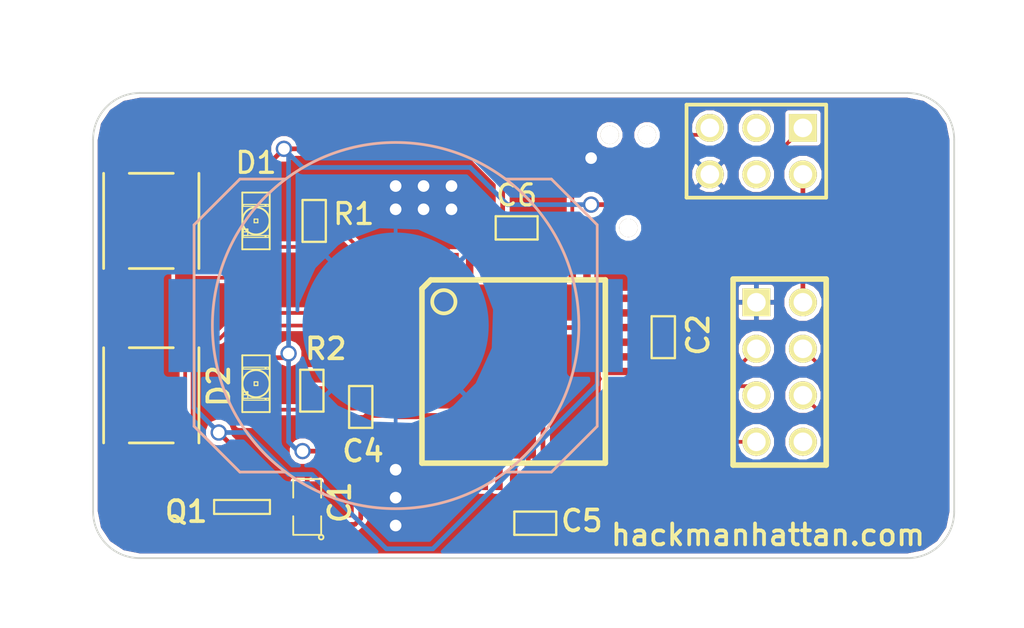
<source format=kicad_pcb>
(kicad_pcb (version 3) (host pcbnew "(2013-mar-13)-testing")

  (general
    (links 50)
    (no_connects 0)
    (area 170.8912 92.71 228.600001 133.1976)
    (thickness 1.6)
    (drawings 9)
    (tracks 144)
    (zones 0)
    (modules 17)
    (nets 47)
  )

  (page A4)
  (layers
    (15 F.Cu signal)
    (0 B.Cu signal)
    (16 B.Adhes user)
    (17 F.Adhes user)
    (18 B.Paste user)
    (19 F.Paste user)
    (20 B.SilkS user)
    (21 F.SilkS user)
    (22 B.Mask user)
    (23 F.Mask user)
    (24 Dwgs.User user)
    (25 Cmts.User user)
    (26 Eco1.User user)
    (27 Eco2.User user)
    (28 Edge.Cuts user)
  )

  (setup
    (last_trace_width 0.2032)
    (trace_clearance 0.2032)
    (zone_clearance 0.2032)
    (zone_45_only no)
    (trace_min 0.1524)
    (segment_width 0.2)
    (edge_width 0.1)
    (via_size 0.889)
    (via_drill 0.635)
    (via_min_size 0.635)
    (via_min_drill 0.381)
    (uvia_size 0.508)
    (uvia_drill 0.127)
    (uvias_allowed no)
    (uvia_min_size 0.508)
    (uvia_min_drill 0.127)
    (pcb_text_width 0.3)
    (pcb_text_size 1.5 1.5)
    (mod_edge_width 0.15)
    (mod_text_size 1 1)
    (mod_text_width 0.15)
    (pad_size 0.9906 0.9906)
    (pad_drill 0.9906)
    (pad_to_mask_clearance 0)
    (aux_axis_origin 0 0)
    (visible_elements FFFFFF7F)
    (pcbplotparams
      (layerselection 284196865)
      (usegerberextensions true)
      (excludeedgelayer true)
      (linewidth 0.150000)
      (plotframeref false)
      (viasonmask true)
      (mode 1)
      (useauxorigin false)
      (hpglpennumber 1)
      (hpglpenspeed 20)
      (hpglpendiameter 15)
      (hpglpenoverlay 2)
      (psnegative false)
      (psa4output false)
      (plotreference true)
      (plotvalue true)
      (plotothertext true)
      (plotinvisibletext false)
      (padsonsilk false)
      (subtractmaskfromsilk false)
      (outputformat 1)
      (mirror false)
      (drillshape 0)
      (scaleselection 1)
      (outputdirectory out))
  )

  (net 0 "")
  (net 1 /BT1)
  (net 2 /BT2)
  (net 3 /CE)
  (net 4 /CSN)
  (net 5 /LED1)
  (net 6 /LED2)
  (net 7 /MISO)
  (net 8 /MOSI)
  (net 9 /PDI_DATA)
  (net 10 /RESET)
  (net 11 /RX)
  (net 12 /SCK)
  (net 13 /TX)
  (net 14 GND)
  (net 15 N-000001)
  (net 16 N-0000011)
  (net 17 N-0000012)
  (net 18 N-0000013)
  (net 19 N-0000014)
  (net 20 N-0000015)
  (net 21 N-0000016)
  (net 22 N-0000020)
  (net 23 N-0000023)
  (net 24 N-0000024)
  (net 25 N-0000025)
  (net 26 N-0000026)
  (net 27 N-000003)
  (net 28 N-0000030)
  (net 29 N-0000031)
  (net 30 N-0000032)
  (net 31 N-0000033)
  (net 32 N-0000034)
  (net 33 N-0000035)
  (net 34 N-0000036)
  (net 35 N-0000037)
  (net 36 N-0000038)
  (net 37 N-0000039)
  (net 38 N-0000040)
  (net 39 N-0000041)
  (net 40 N-0000042)
  (net 41 N-0000043)
  (net 42 N-0000044)
  (net 43 N-0000045)
  (net 44 N-0000046)
  (net 45 N-000009)
  (net 46 VCC)

  (net_class Default "This is the default net class."
    (clearance 0.2032)
    (trace_width 0.2032)
    (via_dia 0.889)
    (via_drill 0.635)
    (uvia_dia 0.508)
    (uvia_drill 0.127)
    (add_net "")
    (add_net /BT1)
    (add_net /BT2)
    (add_net /CE)
    (add_net /CSN)
    (add_net /LED1)
    (add_net /LED2)
    (add_net /MISO)
    (add_net /MOSI)
    (add_net /PDI_DATA)
    (add_net /RESET)
    (add_net /RX)
    (add_net /SCK)
    (add_net /TX)
    (add_net GND)
    (add_net N-000001)
    (add_net N-0000011)
    (add_net N-0000012)
    (add_net N-0000013)
    (add_net N-0000014)
    (add_net N-0000015)
    (add_net N-0000016)
    (add_net N-0000020)
    (add_net N-0000023)
    (add_net N-0000024)
    (add_net N-0000025)
    (add_net N-0000026)
    (add_net N-000003)
    (add_net N-0000030)
    (add_net N-0000031)
    (add_net N-0000032)
    (add_net N-0000033)
    (add_net N-0000034)
    (add_net N-0000035)
    (add_net N-0000036)
    (add_net N-0000037)
    (add_net N-0000038)
    (add_net N-0000039)
    (add_net N-0000040)
    (add_net N-0000041)
    (add_net N-0000042)
    (add_net N-0000043)
    (add_net N-0000044)
    (add_net N-0000045)
    (add_net N-0000046)
  )

  (net_class power ""
    (clearance 0.254)
    (trace_width 0.254)
    (via_dia 0.889)
    (via_drill 0.635)
    (uvia_dia 0.508)
    (uvia_drill 0.127)
    (add_net N-000009)
    (add_net VCC)
  )

  (module BAT-BK912 (layer B.Cu) (tedit 522BF904) (tstamp 522BF924)
    (at 194.31 110.49)
    (path /522A05B8)
    (fp_text reference BT1 (at -0.25 10.25) (layer B.SilkS) hide
      (effects (font (size 1 1) (thickness 0.15)) (justify mirror))
    )
    (fp_text value BATTERY (at 0 -10) (layer B.SilkS) hide
      (effects (font (size 1 1) (thickness 0.15)) (justify mirror))
    )
    (fp_line (start 8.5 8) (end 6 8) (layer B.SilkS) (width 0.15))
    (fp_line (start -8.5 8) (end -6 8) (layer B.SilkS) (width 0.15))
    (fp_line (start -8.5 -8) (end -6 -8) (layer B.SilkS) (width 0.15))
    (fp_line (start -8.5 8) (end -11 5.5) (layer B.SilkS) (width 0.15))
    (fp_line (start -11 5.5) (end -11 -5.5) (layer B.SilkS) (width 0.15))
    (fp_line (start -11 -5.5) (end -8.5 -8) (layer B.SilkS) (width 0.15))
    (fp_line (start 8.5 -8) (end 6 -8) (layer B.SilkS) (width 0.15))
    (fp_line (start 8.5 8) (end 11 5.5) (layer B.SilkS) (width 0.15))
    (fp_line (start 11 5.5) (end 11 -5.5) (layer B.SilkS) (width 0.15))
    (fp_line (start 11 -5.5) (end 8.5 -8) (layer B.SilkS) (width 0.15))
    (fp_circle (center 0 0) (end 10 0) (layer B.SilkS) (width 0.15))
    (pad 1 smd rect (at -11 0) (size 2.79 5.08)
      (layers B.Cu B.Paste B.Mask)
      (net 45 N-000009)
    )
    (pad 1 smd rect (at 11 0) (size 2.79 5.08)
      (layers B.Cu B.Paste B.Mask)
      (net 45 N-000009)
    )
    (pad 2 smd circle (at 0 0) (size 10.16 10.16)
      (layers B.Cu B.Paste B.Mask)
      (net 14 GND)
    )
  )

  (module SM0805 (layer F.Cu) (tedit 522CCF9B) (tstamp 522A86BC)
    (at 189.484 120.396 90)
    (path /522A13B4)
    (attr smd)
    (fp_text reference C1 (at 0.254 1.778 90) (layer F.SilkS)
      (effects (font (size 1.143 1.143) (thickness 0.2032)))
    )
    (fp_text value 10uF (at 2.286 -18.034 90) (layer F.SilkS) hide
      (effects (font (size 0.50038 0.50038) (thickness 0.10922)))
    )
    (fp_circle (center -1.651 0.762) (end -1.651 0.635) (layer F.SilkS) (width 0.09906))
    (fp_line (start -0.508 0.762) (end -1.524 0.762) (layer F.SilkS) (width 0.09906))
    (fp_line (start -1.524 0.762) (end -1.524 -0.762) (layer F.SilkS) (width 0.09906))
    (fp_line (start -1.524 -0.762) (end -0.508 -0.762) (layer F.SilkS) (width 0.09906))
    (fp_line (start 0.508 -0.762) (end 1.524 -0.762) (layer F.SilkS) (width 0.09906))
    (fp_line (start 1.524 -0.762) (end 1.524 0.762) (layer F.SilkS) (width 0.09906))
    (fp_line (start 1.524 0.762) (end 0.508 0.762) (layer F.SilkS) (width 0.09906))
    (pad 1 smd rect (at -0.9525 0 90) (size 0.889 1.397)
      (layers F.Cu F.Paste F.Mask)
      (net 46 VCC)
    )
    (pad 2 smd rect (at 0.9525 0 90) (size 0.889 1.397)
      (layers F.Cu F.Paste F.Mask)
      (net 14 GND)
    )
    (model smd/chip_cms.wrl
      (at (xyz 0 0 0))
      (scale (xyz 0.1 0.1 0.1))
      (rotate (xyz 0 0 0))
    )
  )

  (module SM0603 (layer F.Cu) (tedit 522CCF70) (tstamp 522A86C6)
    (at 208.915 111.125 270)
    (path /522976F6)
    (attr smd)
    (fp_text reference C2 (at -0.127 -1.905 270) (layer F.SilkS)
      (effects (font (size 1.143 1.143) (thickness 0.2032)))
    )
    (fp_text value 0.1uF (at 0 0 270) (layer F.SilkS) hide
      (effects (font (size 0.508 0.4572) (thickness 0.1143)))
    )
    (fp_line (start -1.143 -0.635) (end 1.143 -0.635) (layer F.SilkS) (width 0.127))
    (fp_line (start 1.143 -0.635) (end 1.143 0.635) (layer F.SilkS) (width 0.127))
    (fp_line (start 1.143 0.635) (end -1.143 0.635) (layer F.SilkS) (width 0.127))
    (fp_line (start -1.143 0.635) (end -1.143 -0.635) (layer F.SilkS) (width 0.127))
    (pad 1 smd rect (at -0.762 0 270) (size 0.635 1.143)
      (layers F.Cu F.Paste F.Mask)
      (net 46 VCC)
    )
    (pad 2 smd rect (at 0.762 0 270) (size 0.635 1.143)
      (layers F.Cu F.Paste F.Mask)
      (net 14 GND)
    )
    (model smd\resistors\R0603.wrl
      (at (xyz 0 0 0.001))
      (scale (xyz 0.5 0.5 0.5))
      (rotate (xyz 0 0 0))
    )
  )

  (module SM0603 (layer F.Cu) (tedit 522CDDD4) (tstamp 522A86D0)
    (at 192.405 114.935 90)
    (path /52297705)
    (attr smd)
    (fp_text reference C4 (at -2.413 0.127 180) (layer F.SilkS)
      (effects (font (size 1.143 1.143) (thickness 0.2032)))
    )
    (fp_text value 0.1uF (at 0 0 90) (layer F.SilkS) hide
      (effects (font (size 0.508 0.4572) (thickness 0.1143)))
    )
    (fp_line (start -1.143 -0.635) (end 1.143 -0.635) (layer F.SilkS) (width 0.127))
    (fp_line (start 1.143 -0.635) (end 1.143 0.635) (layer F.SilkS) (width 0.127))
    (fp_line (start 1.143 0.635) (end -1.143 0.635) (layer F.SilkS) (width 0.127))
    (fp_line (start -1.143 0.635) (end -1.143 -0.635) (layer F.SilkS) (width 0.127))
    (pad 1 smd rect (at -0.762 0 90) (size 0.635 1.143)
      (layers F.Cu F.Paste F.Mask)
      (net 46 VCC)
    )
    (pad 2 smd rect (at 0.762 0 90) (size 0.635 1.143)
      (layers F.Cu F.Paste F.Mask)
      (net 14 GND)
    )
    (model smd\resistors\R0603.wrl
      (at (xyz 0 0 0.001))
      (scale (xyz 0.5 0.5 0.5))
      (rotate (xyz 0 0 0))
    )
  )

  (module SM0603 (layer F.Cu) (tedit 522CCF86) (tstamp 522A86DA)
    (at 201.93 121.285 180)
    (path /52297714)
    (attr smd)
    (fp_text reference C5 (at -2.54 0.127 180) (layer F.SilkS)
      (effects (font (size 1.143 1.143) (thickness 0.2032)))
    )
    (fp_text value 0.1uF (at 0 0 180) (layer F.SilkS) hide
      (effects (font (size 0.508 0.4572) (thickness 0.1143)))
    )
    (fp_line (start -1.143 -0.635) (end 1.143 -0.635) (layer F.SilkS) (width 0.127))
    (fp_line (start 1.143 -0.635) (end 1.143 0.635) (layer F.SilkS) (width 0.127))
    (fp_line (start 1.143 0.635) (end -1.143 0.635) (layer F.SilkS) (width 0.127))
    (fp_line (start -1.143 0.635) (end -1.143 -0.635) (layer F.SilkS) (width 0.127))
    (pad 1 smd rect (at -0.762 0 180) (size 0.635 1.143)
      (layers F.Cu F.Paste F.Mask)
      (net 46 VCC)
    )
    (pad 2 smd rect (at 0.762 0 180) (size 0.635 1.143)
      (layers F.Cu F.Paste F.Mask)
      (net 14 GND)
    )
    (model smd\resistors\R0603.wrl
      (at (xyz 0 0 0.001))
      (scale (xyz 0.5 0.5 0.5))
      (rotate (xyz 0 0 0))
    )
  )

  (module SM0603 (layer F.Cu) (tedit 522CC151) (tstamp 522A86E4)
    (at 200.914 105.156)
    (path /522983F2)
    (attr smd)
    (fp_text reference C6 (at 0 -1.778) (layer F.SilkS)
      (effects (font (size 1.143 1.143) (thickness 0.1778)))
    )
    (fp_text value 0.1uF (at 0 0) (layer F.SilkS) hide
      (effects (font (size 0.508 0.4572) (thickness 0.1143)))
    )
    (fp_line (start -1.143 -0.635) (end 1.143 -0.635) (layer F.SilkS) (width 0.127))
    (fp_line (start 1.143 -0.635) (end 1.143 0.635) (layer F.SilkS) (width 0.127))
    (fp_line (start 1.143 0.635) (end -1.143 0.635) (layer F.SilkS) (width 0.127))
    (fp_line (start -1.143 0.635) (end -1.143 -0.635) (layer F.SilkS) (width 0.127))
    (pad 1 smd rect (at -0.762 0) (size 0.635 1.143)
      (layers F.Cu F.Paste F.Mask)
      (net 46 VCC)
    )
    (pad 2 smd rect (at 0.762 0) (size 0.635 1.143)
      (layers F.Cu F.Paste F.Mask)
      (net 14 GND)
    )
    (model smd\resistors\R0603.wrl
      (at (xyz 0 0 0.001))
      (scale (xyz 0.5 0.5 0.5))
      (rotate (xyz 0 0 0))
    )
  )

  (module LED-1206 (layer F.Cu) (tedit 522CC144) (tstamp 522A870E)
    (at 186.69 104.775 270)
    (descr "LED 1206 smd package")
    (tags "LED1206 SMD")
    (path /5229CB87)
    (attr smd)
    (fp_text reference D1 (at -3.175 0 360) (layer F.SilkS)
      (effects (font (size 1.143 1.143) (thickness 0.1778)))
    )
    (fp_text value LED (at 0 1.524 270) (layer F.SilkS) hide
      (effects (font (size 0.762 0.762) (thickness 0.0889)))
    )
    (fp_line (start -0.09906 0.09906) (end 0.09906 0.09906) (layer F.SilkS) (width 0.06604))
    (fp_line (start 0.09906 0.09906) (end 0.09906 -0.09906) (layer F.SilkS) (width 0.06604))
    (fp_line (start -0.09906 -0.09906) (end 0.09906 -0.09906) (layer F.SilkS) (width 0.06604))
    (fp_line (start -0.09906 0.09906) (end -0.09906 -0.09906) (layer F.SilkS) (width 0.06604))
    (fp_line (start 0.44958 0.6985) (end 0.79756 0.6985) (layer F.SilkS) (width 0.06604))
    (fp_line (start 0.79756 0.6985) (end 0.79756 0.44958) (layer F.SilkS) (width 0.06604))
    (fp_line (start 0.44958 0.44958) (end 0.79756 0.44958) (layer F.SilkS) (width 0.06604))
    (fp_line (start 0.44958 0.6985) (end 0.44958 0.44958) (layer F.SilkS) (width 0.06604))
    (fp_line (start 0.79756 0.6985) (end 0.89916 0.6985) (layer F.SilkS) (width 0.06604))
    (fp_line (start 0.89916 0.6985) (end 0.89916 -0.49784) (layer F.SilkS) (width 0.06604))
    (fp_line (start 0.79756 -0.49784) (end 0.89916 -0.49784) (layer F.SilkS) (width 0.06604))
    (fp_line (start 0.79756 0.6985) (end 0.79756 -0.49784) (layer F.SilkS) (width 0.06604))
    (fp_line (start 0.79756 -0.54864) (end 0.89916 -0.54864) (layer F.SilkS) (width 0.06604))
    (fp_line (start 0.89916 -0.54864) (end 0.89916 -0.6985) (layer F.SilkS) (width 0.06604))
    (fp_line (start 0.79756 -0.6985) (end 0.89916 -0.6985) (layer F.SilkS) (width 0.06604))
    (fp_line (start 0.79756 -0.54864) (end 0.79756 -0.6985) (layer F.SilkS) (width 0.06604))
    (fp_line (start -0.89916 0.6985) (end -0.79756 0.6985) (layer F.SilkS) (width 0.06604))
    (fp_line (start -0.79756 0.6985) (end -0.79756 -0.49784) (layer F.SilkS) (width 0.06604))
    (fp_line (start -0.89916 -0.49784) (end -0.79756 -0.49784) (layer F.SilkS) (width 0.06604))
    (fp_line (start -0.89916 0.6985) (end -0.89916 -0.49784) (layer F.SilkS) (width 0.06604))
    (fp_line (start -0.89916 -0.54864) (end -0.79756 -0.54864) (layer F.SilkS) (width 0.06604))
    (fp_line (start -0.79756 -0.54864) (end -0.79756 -0.6985) (layer F.SilkS) (width 0.06604))
    (fp_line (start -0.89916 -0.6985) (end -0.79756 -0.6985) (layer F.SilkS) (width 0.06604))
    (fp_line (start -0.89916 -0.54864) (end -0.89916 -0.6985) (layer F.SilkS) (width 0.06604))
    (fp_line (start 0.44958 0.6985) (end 0.59944 0.6985) (layer F.SilkS) (width 0.06604))
    (fp_line (start 0.59944 0.6985) (end 0.59944 0.44958) (layer F.SilkS) (width 0.06604))
    (fp_line (start 0.44958 0.44958) (end 0.59944 0.44958) (layer F.SilkS) (width 0.06604))
    (fp_line (start 0.44958 0.6985) (end 0.44958 0.44958) (layer F.SilkS) (width 0.06604))
    (fp_line (start 1.5494 0.7493) (end -1.5494 0.7493) (layer F.SilkS) (width 0.1016))
    (fp_line (start -1.5494 0.7493) (end -1.5494 -0.7493) (layer F.SilkS) (width 0.1016))
    (fp_line (start -1.5494 -0.7493) (end 1.5494 -0.7493) (layer F.SilkS) (width 0.1016))
    (fp_line (start 1.5494 -0.7493) (end 1.5494 0.7493) (layer F.SilkS) (width 0.1016))
    (fp_arc (start 0 0) (end 0.54864 0.49784) (angle 95.4) (layer F.SilkS) (width 0.1016))
    (fp_arc (start 0 0) (end -0.54864 0.49784) (angle 84.5) (layer F.SilkS) (width 0.1016))
    (fp_arc (start 0 0) (end -0.54864 -0.49784) (angle 95.4) (layer F.SilkS) (width 0.1016))
    (fp_arc (start 0 0) (end 0.54864 -0.49784) (angle 84.5) (layer F.SilkS) (width 0.1016))
    (pad 1 smd rect (at -1.41986 0 270) (size 1.59766 1.80086)
      (layers F.Cu F.Paste F.Mask)
      (net 46 VCC)
    )
    (pad 2 smd rect (at 1.41986 0 270) (size 1.59766 1.80086)
      (layers F.Cu F.Paste F.Mask)
      (net 15 N-000001)
    )
  )

  (module LED-1206 (layer F.Cu) (tedit 522CDDBF) (tstamp 522A8738)
    (at 186.69 113.665 270)
    (descr "LED 1206 smd package")
    (tags "LED1206 SMD")
    (path /5229CB96)
    (attr smd)
    (fp_text reference D2 (at 0.127 2.032 270) (layer F.SilkS)
      (effects (font (size 1.143 1.143) (thickness 0.2032)))
    )
    (fp_text value LED (at 0 1.524 270) (layer F.SilkS) hide
      (effects (font (size 0.762 0.762) (thickness 0.0889)))
    )
    (fp_line (start -0.09906 0.09906) (end 0.09906 0.09906) (layer F.SilkS) (width 0.06604))
    (fp_line (start 0.09906 0.09906) (end 0.09906 -0.09906) (layer F.SilkS) (width 0.06604))
    (fp_line (start -0.09906 -0.09906) (end 0.09906 -0.09906) (layer F.SilkS) (width 0.06604))
    (fp_line (start -0.09906 0.09906) (end -0.09906 -0.09906) (layer F.SilkS) (width 0.06604))
    (fp_line (start 0.44958 0.6985) (end 0.79756 0.6985) (layer F.SilkS) (width 0.06604))
    (fp_line (start 0.79756 0.6985) (end 0.79756 0.44958) (layer F.SilkS) (width 0.06604))
    (fp_line (start 0.44958 0.44958) (end 0.79756 0.44958) (layer F.SilkS) (width 0.06604))
    (fp_line (start 0.44958 0.6985) (end 0.44958 0.44958) (layer F.SilkS) (width 0.06604))
    (fp_line (start 0.79756 0.6985) (end 0.89916 0.6985) (layer F.SilkS) (width 0.06604))
    (fp_line (start 0.89916 0.6985) (end 0.89916 -0.49784) (layer F.SilkS) (width 0.06604))
    (fp_line (start 0.79756 -0.49784) (end 0.89916 -0.49784) (layer F.SilkS) (width 0.06604))
    (fp_line (start 0.79756 0.6985) (end 0.79756 -0.49784) (layer F.SilkS) (width 0.06604))
    (fp_line (start 0.79756 -0.54864) (end 0.89916 -0.54864) (layer F.SilkS) (width 0.06604))
    (fp_line (start 0.89916 -0.54864) (end 0.89916 -0.6985) (layer F.SilkS) (width 0.06604))
    (fp_line (start 0.79756 -0.6985) (end 0.89916 -0.6985) (layer F.SilkS) (width 0.06604))
    (fp_line (start 0.79756 -0.54864) (end 0.79756 -0.6985) (layer F.SilkS) (width 0.06604))
    (fp_line (start -0.89916 0.6985) (end -0.79756 0.6985) (layer F.SilkS) (width 0.06604))
    (fp_line (start -0.79756 0.6985) (end -0.79756 -0.49784) (layer F.SilkS) (width 0.06604))
    (fp_line (start -0.89916 -0.49784) (end -0.79756 -0.49784) (layer F.SilkS) (width 0.06604))
    (fp_line (start -0.89916 0.6985) (end -0.89916 -0.49784) (layer F.SilkS) (width 0.06604))
    (fp_line (start -0.89916 -0.54864) (end -0.79756 -0.54864) (layer F.SilkS) (width 0.06604))
    (fp_line (start -0.79756 -0.54864) (end -0.79756 -0.6985) (layer F.SilkS) (width 0.06604))
    (fp_line (start -0.89916 -0.6985) (end -0.79756 -0.6985) (layer F.SilkS) (width 0.06604))
    (fp_line (start -0.89916 -0.54864) (end -0.89916 -0.6985) (layer F.SilkS) (width 0.06604))
    (fp_line (start 0.44958 0.6985) (end 0.59944 0.6985) (layer F.SilkS) (width 0.06604))
    (fp_line (start 0.59944 0.6985) (end 0.59944 0.44958) (layer F.SilkS) (width 0.06604))
    (fp_line (start 0.44958 0.44958) (end 0.59944 0.44958) (layer F.SilkS) (width 0.06604))
    (fp_line (start 0.44958 0.6985) (end 0.44958 0.44958) (layer F.SilkS) (width 0.06604))
    (fp_line (start 1.5494 0.7493) (end -1.5494 0.7493) (layer F.SilkS) (width 0.1016))
    (fp_line (start -1.5494 0.7493) (end -1.5494 -0.7493) (layer F.SilkS) (width 0.1016))
    (fp_line (start -1.5494 -0.7493) (end 1.5494 -0.7493) (layer F.SilkS) (width 0.1016))
    (fp_line (start 1.5494 -0.7493) (end 1.5494 0.7493) (layer F.SilkS) (width 0.1016))
    (fp_arc (start 0 0) (end 0.54864 0.49784) (angle 95.4) (layer F.SilkS) (width 0.1016))
    (fp_arc (start 0 0) (end -0.54864 0.49784) (angle 84.5) (layer F.SilkS) (width 0.1016))
    (fp_arc (start 0 0) (end -0.54864 -0.49784) (angle 95.4) (layer F.SilkS) (width 0.1016))
    (fp_arc (start 0 0) (end 0.54864 -0.49784) (angle 84.5) (layer F.SilkS) (width 0.1016))
    (pad 1 smd rect (at -1.41986 0 270) (size 1.59766 1.80086)
      (layers F.Cu F.Paste F.Mask)
      (net 46 VCC)
    )
    (pad 2 smd rect (at 1.41986 0 270) (size 1.59766 1.80086)
      (layers F.Cu F.Paste F.Mask)
      (net 27 N-000003)
    )
  )

  (module TQFP44 (layer F.Cu) (tedit 522CCF7D) (tstamp 522A8798)
    (at 200.75 113)
    (path /5227D725)
    (attr smd)
    (fp_text reference IC1 (at 0.164 -0.224) (layer F.SilkS) hide
      (effects (font (size 1.143 1.143) (thickness 0.2032)))
    )
    (fp_text value ATXMEGA16D4-A (at 1.18 19.08) (layer F.SilkS) hide
      (effects (font (size 1.524 1.016) (thickness 0.2032)))
    )
    (fp_line (start 5.0038 -5.0038) (end 5.0038 5.0038) (layer F.SilkS) (width 0.3048))
    (fp_line (start 5.0038 5.0038) (end -5.0038 5.0038) (layer F.SilkS) (width 0.3048))
    (fp_line (start -5.0038 -4.5212) (end -5.0038 5.0038) (layer F.SilkS) (width 0.3048))
    (fp_line (start -4.5212 -5.0038) (end 5.0038 -5.0038) (layer F.SilkS) (width 0.3048))
    (fp_line (start -5.0038 -4.5212) (end -4.5212 -5.0038) (layer F.SilkS) (width 0.3048))
    (fp_circle (center -3.81 -3.81) (end -3.81 -3.175) (layer F.SilkS) (width 0.2032))
    (pad 39 smd rect (at 0 -5.715) (size 0.4064 1.524)
      (layers F.Cu F.Paste F.Mask)
      (net 46 VCC)
    )
    (pad 40 smd rect (at -0.8001 -5.715) (size 0.4064 1.524)
      (layers F.Cu F.Paste F.Mask)
      (net 30 N-0000032)
    )
    (pad 41 smd rect (at -1.6002 -5.715) (size 0.4064 1.524)
      (layers F.Cu F.Paste F.Mask)
      (net 29 N-0000031)
    )
    (pad 42 smd rect (at -2.4003 -5.715) (size 0.4064 1.524)
      (layers F.Cu F.Paste F.Mask)
      (net 36 N-0000038)
    )
    (pad 43 smd rect (at -3.2004 -5.715) (size 0.4064 1.524)
      (layers F.Cu F.Paste F.Mask)
      (net 38 N-0000040)
    )
    (pad 44 smd rect (at -4.0005 -5.715) (size 0.4064 1.524)
      (layers F.Cu F.Paste F.Mask)
      (net 39 N-0000041)
    )
    (pad 38 smd rect (at 0.8001 -5.715) (size 0.4064 1.524)
      (layers F.Cu F.Paste F.Mask)
      (net 14 GND)
    )
    (pad 37 smd rect (at 1.6002 -5.715) (size 0.4064 1.524)
      (layers F.Cu F.Paste F.Mask)
      (net 24 N-0000024)
    )
    (pad 36 smd rect (at 2.4003 -5.715) (size 0.4064 1.524)
      (layers F.Cu F.Paste F.Mask)
      (net 26 N-0000026)
    )
    (pad 35 smd rect (at 3.2004 -5.715) (size 0.4064 1.524)
      (layers F.Cu F.Paste F.Mask)
      (net 10 /RESET)
    )
    (pad 34 smd rect (at 4.0005 -5.715) (size 0.4064 1.524)
      (layers F.Cu F.Paste F.Mask)
      (net 9 /PDI_DATA)
    )
    (pad 17 smd rect (at 0 5.715) (size 0.4064 1.524)
      (layers F.Cu F.Paste F.Mask)
      (net 25 N-0000025)
    )
    (pad 16 smd rect (at -0.8001 5.715) (size 0.4064 1.524)
      (layers F.Cu F.Paste F.Mask)
      (net 40 N-0000042)
    )
    (pad 15 smd rect (at -1.6002 5.715) (size 0.4064 1.524)
      (layers F.Cu F.Paste F.Mask)
      (net 19 N-0000014)
    )
    (pad 14 smd rect (at -2.4003 5.715) (size 0.4064 1.524)
      (layers F.Cu F.Paste F.Mask)
      (net 20 N-0000015)
    )
    (pad 13 smd rect (at -3.2004 5.715) (size 0.4064 1.524)
      (layers F.Cu F.Paste F.Mask)
      (net 21 N-0000016)
    )
    (pad 12 smd rect (at -4.0005 5.715) (size 0.4064 1.524)
      (layers F.Cu F.Paste F.Mask)
      (net 18 N-0000013)
    )
    (pad 18 smd rect (at 0.8001 5.715) (size 0.4064 1.524)
      (layers F.Cu F.Paste F.Mask)
      (net 14 GND)
    )
    (pad 19 smd rect (at 1.6002 5.715) (size 0.4064 1.524)
      (layers F.Cu F.Paste F.Mask)
      (net 46 VCC)
    )
    (pad 20 smd rect (at 2.4003 5.715) (size 0.4064 1.524)
      (layers F.Cu F.Paste F.Mask)
      (net 31 N-0000033)
    )
    (pad 21 smd rect (at 3.2004 5.715) (size 0.4064 1.524)
      (layers F.Cu F.Paste F.Mask)
      (net 22 N-0000020)
    )
    (pad 22 smd rect (at 4.0005 5.715) (size 0.4064 1.524)
      (layers F.Cu F.Paste F.Mask)
      (net 11 /RX)
    )
    (pad 6 smd rect (at -5.715 0) (size 1.524 0.4064)
      (layers F.Cu F.Paste F.Mask)
      (net 6 /LED2)
    )
    (pad 28 smd rect (at 5.715 0) (size 1.524 0.4064)
      (layers F.Cu F.Paste F.Mask)
      (net 3 /CE)
    )
    (pad 7 smd rect (at -5.715 0.8001) (size 1.524 0.4064)
      (layers F.Cu F.Paste F.Mask)
      (net 32 N-0000034)
    )
    (pad 27 smd rect (at 5.715 0.8001) (size 1.524 0.4064)
      (layers F.Cu F.Paste F.Mask)
      (net 12 /SCK)
    )
    (pad 26 smd rect (at 5.715 1.6002) (size 1.524 0.4064)
      (layers F.Cu F.Paste F.Mask)
      (net 7 /MISO)
    )
    (pad 8 smd rect (at -5.715 1.6002) (size 1.524 0.4064)
      (layers F.Cu F.Paste F.Mask)
      (net 14 GND)
    )
    (pad 9 smd rect (at -5.715 2.4003) (size 1.524 0.4064)
      (layers F.Cu F.Paste F.Mask)
      (net 46 VCC)
    )
    (pad 25 smd rect (at 5.715 2.4003) (size 1.524 0.4064)
      (layers F.Cu F.Paste F.Mask)
      (net 8 /MOSI)
    )
    (pad 24 smd rect (at 5.715 3.2004) (size 1.524 0.4064)
      (layers F.Cu F.Paste F.Mask)
      (net 4 /CSN)
    )
    (pad 10 smd rect (at -5.715 3.2004) (size 1.524 0.4064)
      (layers F.Cu F.Paste F.Mask)
      (net 17 N-0000012)
    )
    (pad 11 smd rect (at -5.715 4.0005) (size 1.524 0.4064)
      (layers F.Cu F.Paste F.Mask)
      (net 16 N-0000011)
    )
    (pad 23 smd rect (at 5.715 4.0005) (size 1.524 0.4064)
      (layers F.Cu F.Paste F.Mask)
      (net 13 /TX)
    )
    (pad 29 smd rect (at 5.715 -0.8001) (size 1.524 0.4064)
      (layers F.Cu F.Paste F.Mask)
      (net 23 N-0000023)
    )
    (pad 5 smd rect (at -5.715 -0.8001) (size 1.524 0.4064)
      (layers F.Cu F.Paste F.Mask)
      (net 33 N-0000035)
    )
    (pad 4 smd rect (at -5.715 -1.6002) (size 1.524 0.4064)
      (layers F.Cu F.Paste F.Mask)
      (net 34 N-0000036)
    )
    (pad 30 smd rect (at 5.715 -1.6002) (size 1.524 0.4064)
      (layers F.Cu F.Paste F.Mask)
      (net 14 GND)
    )
    (pad 31 smd rect (at 5.715 -2.4003) (size 1.524 0.4064)
      (layers F.Cu F.Paste F.Mask)
      (net 46 VCC)
    )
    (pad 3 smd rect (at -5.715 -2.4003) (size 1.524 0.4064)
      (layers F.Cu F.Paste F.Mask)
      (net 2 /BT2)
    )
    (pad 2 smd rect (at -5.715 -3.2004) (size 1.524 0.4064)
      (layers F.Cu F.Paste F.Mask)
      (net 1 /BT1)
    )
    (pad 32 smd rect (at 5.715 -3.2004) (size 1.524 0.4064)
      (layers F.Cu F.Paste F.Mask)
      (net 35 N-0000037)
    )
    (pad 33 smd rect (at 5.715 -4.0005) (size 1.524 0.4064)
      (layers F.Cu F.Paste F.Mask)
      (net 37 N-0000039)
    )
    (pad 1 smd rect (at -5.715 -4.0005) (size 1.524 0.4064)
      (layers F.Cu F.Paste F.Mask)
      (net 5 /LED1)
    )
  )

  (module pin_array_4x2 (layer F.Cu) (tedit 522CCF79) (tstamp 522A87A8)
    (at 215.265 113.03 270)
    (descr "Double rangee de contacts 2 x 4 pins")
    (tags CONN)
    (path /522882A3)
    (fp_text reference IC2 (at 0 -3.81 270) (layer F.SilkS) hide
      (effects (font (size 1.016 1.016) (thickness 0.2032)))
    )
    (fp_text value 24L-MOD-8 (at 0 3.81 270) (layer F.SilkS) hide
      (effects (font (size 1.016 1.016) (thickness 0.2032)))
    )
    (fp_line (start -5.08 -2.54) (end 5.08 -2.54) (layer F.SilkS) (width 0.3048))
    (fp_line (start 5.08 -2.54) (end 5.08 2.54) (layer F.SilkS) (width 0.3048))
    (fp_line (start 5.08 2.54) (end -5.08 2.54) (layer F.SilkS) (width 0.3048))
    (fp_line (start -5.08 2.54) (end -5.08 -2.54) (layer F.SilkS) (width 0.3048))
    (pad 1 thru_hole rect (at -3.81 1.27 270) (size 1.524 1.524) (drill 1.016)
      (layers *.Cu *.Mask F.SilkS)
      (net 14 GND)
    )
    (pad 2 thru_hole circle (at -3.81 -1.27 270) (size 1.524 1.524) (drill 1.016)
      (layers *.Cu *.Mask F.SilkS)
      (net 46 VCC)
    )
    (pad 3 thru_hole circle (at -1.27 1.27 270) (size 1.524 1.524) (drill 1.016)
      (layers *.Cu *.Mask F.SilkS)
      (net 3 /CE)
    )
    (pad 4 thru_hole circle (at -1.27 -1.27 270) (size 1.524 1.524) (drill 1.016)
      (layers *.Cu *.Mask F.SilkS)
      (net 4 /CSN)
    )
    (pad 5 thru_hole circle (at 1.27 1.27 270) (size 1.524 1.524) (drill 1.016)
      (layers *.Cu *.Mask F.SilkS)
      (net 12 /SCK)
    )
    (pad 6 thru_hole circle (at 1.27 -1.27 270) (size 1.524 1.524) (drill 1.016)
      (layers *.Cu *.Mask F.SilkS)
      (net 8 /MOSI)
    )
    (pad 7 thru_hole circle (at 3.81 1.27 270) (size 1.524 1.524) (drill 1.016)
      (layers *.Cu *.Mask F.SilkS)
      (net 7 /MISO)
    )
    (pad 8 thru_hole circle (at 3.81 -1.27 270) (size 1.524 1.524) (drill 1.016)
      (layers *.Cu *.Mask F.SilkS)
      (net 28 N-0000030)
    )
    (model pin_array/pins_array_4x2.wrl
      (at (xyz 0 0 0))
      (scale (xyz 1 1 1))
      (rotate (xyz 0 0 0))
    )
  )

  (module pin_array_3x2 (layer F.Cu) (tedit 522CCF74) (tstamp 522A87B6)
    (at 213.995 100.965 180)
    (descr "Double rangee de contacts 2 x 4 pins")
    (tags CONN)
    (path /522975A8)
    (fp_text reference P1 (at 0 -3.81 180) (layer F.SilkS) hide
      (effects (font (size 1.016 1.016) (thickness 0.2032)))
    )
    (fp_text value CONN_3X2 (at 0 3.81 180) (layer F.SilkS) hide
      (effects (font (size 1.016 1.016) (thickness 0.2032)))
    )
    (fp_line (start 3.81 2.54) (end -3.81 2.54) (layer F.SilkS) (width 0.2032))
    (fp_line (start -3.81 -2.54) (end 3.81 -2.54) (layer F.SilkS) (width 0.2032))
    (fp_line (start 3.81 -2.54) (end 3.81 2.54) (layer F.SilkS) (width 0.2032))
    (fp_line (start -3.81 2.54) (end -3.81 -2.54) (layer F.SilkS) (width 0.2032))
    (pad 1 thru_hole rect (at -2.54 1.27 180) (size 1.524 1.524) (drill 1.016)
      (layers *.Cu *.Mask F.SilkS)
      (net 9 /PDI_DATA)
    )
    (pad 2 thru_hole circle (at -2.54 -1.27 180) (size 1.524 1.524) (drill 1.016)
      (layers *.Cu *.Mask F.SilkS)
      (net 46 VCC)
    )
    (pad 3 thru_hole circle (at 0 1.27 180) (size 1.524 1.524) (drill 1.016)
      (layers *.Cu *.Mask F.SilkS)
      (net 41 N-0000043)
    )
    (pad 4 thru_hole circle (at 0 -1.27 180) (size 1.524 1.524) (drill 1.016)
      (layers *.Cu *.Mask F.SilkS)
      (net 42 N-0000044)
    )
    (pad 5 thru_hole circle (at 2.54 1.27 180) (size 1.524 1.524) (drill 1.016)
      (layers *.Cu *.Mask F.SilkS)
      (net 10 /RESET)
    )
    (pad 6 thru_hole circle (at 2.54 -1.27 180) (size 1.524 1.524) (drill 1.016)
      (layers *.Cu *.Mask F.SilkS)
      (net 14 GND)
    )
    (model pin_array/pins_array_3x2.wrl
      (at (xyz 0 0 0))
      (scale (xyz 1 1 1))
      (rotate (xyz 0 0 0))
    )
  )

  (module TC2030-MCP-NL (layer F.Cu) (tedit 522CFA72) (tstamp 522A87C3)
    (at 207.01 102.616 90)
    (descr http://www.tag-connect.com/Materials/TC2030-MCP-NL%20PCB%20Footprint.pdf)
    (path /5229BDD9)
    (fp_text reference P2 (at 0 -4.064 90) (layer F.SilkS) hide
      (effects (font (thickness 0.3048)))
    )
    (fp_text value CONN_3X2 (at 0 3.048 90) (layer F.SilkS) hide
      (effects (font (thickness 0.3048)))
    )
    (pad 1 smd circle (at -1.27 0.635 90) (size 0.7874 0.7874)
      (layers F.Cu F.Paste F.Mask)
      (net 9 /PDI_DATA)
      (clearance 0.25)
    )
    (pad 2 smd circle (at -1.27 -0.635 90) (size 0.7874 0.7874)
      (layers F.Cu F.Paste F.Mask)
      (net 46 VCC)
      (clearance 0.25)
    )
    (pad 3 smd circle (at 0 0.635 90) (size 0.7874 0.7874)
      (layers F.Cu F.Paste F.Mask)
      (net 43 N-0000045)
      (clearance 0.25)
    )
    (pad 4 smd circle (at 0 -0.635 90) (size 0.7874 0.7874)
      (layers F.Cu F.Paste F.Mask)
      (net 44 N-0000046)
      (clearance 0.25)
    )
    (pad 5 smd circle (at 1.27 0.635 90) (size 0.7874 0.7874)
      (layers F.Cu F.Paste F.Mask)
      (net 10 /RESET)
      (clearance 0.25)
    )
    (pad 6 smd circle (at 1.27 -0.635 90) (size 0.7874 0.7874)
      (layers F.Cu F.Paste F.Mask)
      (net 14 GND)
      (clearance 0.25)
    )
    (pad "" thru_hole circle (at -2.54 0 90) (size 0.9906 0.9906) (drill 0.9906)
      (layers *.Cu *.Mask F.SilkS)
    )
    (pad "" thru_hole circle (at 2.54 -1.016 90) (size 0.9906 0.9906) (drill 0.9906)
      (layers *.Cu *.Mask F.SilkS)
    )
    (pad "" thru_hole circle (at 2.54 1.016 90) (size 0.9906 0.9906) (drill 0.9906)
      (layers *.Cu *.Mask F.SilkS)
    )
  )

  (module SOT23GDS (layer F.Cu) (tedit 522CCF8F) (tstamp 522A87CE)
    (at 185.928 120.396 180)
    (descr "Module CMS SOT23 Transistore EBC")
    (tags "CMS SOT")
    (path /522A0634)
    (attr smd)
    (fp_text reference Q1 (at 3.048 -0.254 180) (layer F.SilkS)
      (effects (font (size 1.143 1.143) (thickness 0.2032)))
    )
    (fp_text value MOSFET_P (at 0 0 180) (layer F.SilkS) hide
      (effects (font (size 0.762 0.762) (thickness 0.12954)))
    )
    (fp_line (start -1.524 -0.381) (end 1.524 -0.381) (layer F.SilkS) (width 0.11938))
    (fp_line (start 1.524 -0.381) (end 1.524 0.381) (layer F.SilkS) (width 0.11938))
    (fp_line (start 1.524 0.381) (end -1.524 0.381) (layer F.SilkS) (width 0.11938))
    (fp_line (start -1.524 0.381) (end -1.524 -0.381) (layer F.SilkS) (width 0.11938))
    (pad S smd rect (at -0.889 -1.016 180) (size 0.9144 0.9144)
      (layers F.Cu F.Paste F.Mask)
      (net 46 VCC)
    )
    (pad G smd rect (at 0.889 -1.016 180) (size 0.9144 0.9144)
      (layers F.Cu F.Paste F.Mask)
      (net 14 GND)
    )
    (pad D smd rect (at 0 1.016 180) (size 0.9144 0.9144)
      (layers F.Cu F.Paste F.Mask)
      (net 45 N-000009)
    )
    (model smd/cms_sot23.wrl
      (at (xyz 0 0 0))
      (scale (xyz 0.13 0.15 0.15))
      (rotate (xyz 0 0 0))
    )
  )

  (module SM0603 (layer F.Cu) (tedit 522CC148) (tstamp 522A87D8)
    (at 189.865 104.775 90)
    (path /5229DA03)
    (attr smd)
    (fp_text reference R1 (at 0.381 2.159 180) (layer F.SilkS)
      (effects (font (size 1.143 1.143) (thickness 0.1778)))
    )
    (fp_text value R (at 0 0 90) (layer F.SilkS) hide
      (effects (font (size 0.508 0.4572) (thickness 0.1143)))
    )
    (fp_line (start -1.143 -0.635) (end 1.143 -0.635) (layer F.SilkS) (width 0.127))
    (fp_line (start 1.143 -0.635) (end 1.143 0.635) (layer F.SilkS) (width 0.127))
    (fp_line (start 1.143 0.635) (end -1.143 0.635) (layer F.SilkS) (width 0.127))
    (fp_line (start -1.143 0.635) (end -1.143 -0.635) (layer F.SilkS) (width 0.127))
    (pad 1 smd rect (at -0.762 0 90) (size 0.635 1.143)
      (layers F.Cu F.Paste F.Mask)
      (net 15 N-000001)
    )
    (pad 2 smd rect (at 0.762 0 90) (size 0.635 1.143)
      (layers F.Cu F.Paste F.Mask)
      (net 5 /LED1)
    )
    (model smd\resistors\R0603.wrl
      (at (xyz 0 0 0.001))
      (scale (xyz 0.5 0.5 0.5))
      (rotate (xyz 0 0 0))
    )
  )

  (module SM0603 (layer F.Cu) (tedit 522CDDCB) (tstamp 522A87E2)
    (at 189.738 114.046 90)
    (path /5229DA12)
    (attr smd)
    (fp_text reference R2 (at 2.286 0.762 180) (layer F.SilkS)
      (effects (font (size 1.143 1.143) (thickness 0.2032)))
    )
    (fp_text value R (at 0 0 90) (layer F.SilkS) hide
      (effects (font (size 0.508 0.4572) (thickness 0.1143)))
    )
    (fp_line (start -1.143 -0.635) (end 1.143 -0.635) (layer F.SilkS) (width 0.127))
    (fp_line (start 1.143 -0.635) (end 1.143 0.635) (layer F.SilkS) (width 0.127))
    (fp_line (start 1.143 0.635) (end -1.143 0.635) (layer F.SilkS) (width 0.127))
    (fp_line (start -1.143 0.635) (end -1.143 -0.635) (layer F.SilkS) (width 0.127))
    (pad 1 smd rect (at -0.762 0 90) (size 0.635 1.143)
      (layers F.Cu F.Paste F.Mask)
      (net 27 N-000003)
    )
    (pad 2 smd rect (at 0.762 0 90) (size 0.635 1.143)
      (layers F.Cu F.Paste F.Mask)
      (net 6 /LED2)
    )
    (model smd\resistors\R0603.wrl
      (at (xyz 0 0 0.001))
      (scale (xyz 0.5 0.5 0.5))
      (rotate (xyz 0 0 0))
    )
  )

  (module SWITCH-ALPS (layer F.Cu) (tedit 5105E599) (tstamp 522A87F8)
    (at 180.975 104.775 270)
    (descr "ALPS SKQGADE010")
    (path /5229F8A0)
    (fp_text reference SW1 (at 0 -3.5 270) (layer F.SilkS) hide
      (effects (font (size 1 1) (thickness 0.15)))
    )
    (fp_text value SWITCH-4 (at 0 4 270) (layer F.SilkS) hide
      (effects (font (size 1 1) (thickness 0.15)))
    )
    (fp_line (start -2.6 2.6) (end 2.6 2.6) (layer F.SilkS) (width 0.15))
    (fp_line (start -2.6 -1.2) (end -2.6 1.2) (layer F.SilkS) (width 0.15))
    (fp_line (start 2.6 -2.6) (end -2.6 -2.6) (layer F.SilkS) (width 0.15))
    (fp_line (start 2.6 1.2) (end 2.6 -1.2) (layer F.SilkS) (width 0.15))
    (pad 1 smd rect (at -3.1 -1.85 270) (size 1.8 1.1)
      (layers F.Cu F.Paste F.Mask)
      (net 1 /BT1)
    )
    (pad 2 smd rect (at 3.1 -1.85 270) (size 1.8 1.1)
      (layers F.Cu F.Paste F.Mask)
      (net 1 /BT1)
    )
    (pad 3 smd rect (at 3.1 1.85 270) (size 1.8 1.1)
      (layers F.Cu F.Paste F.Mask)
      (net 14 GND)
    )
    (pad 4 smd rect (at -3.1 1.85 270) (size 1.8 1.1)
      (layers F.Cu F.Paste F.Mask)
      (net 14 GND)
    )
  )

  (module SWITCH-ALPS (layer F.Cu) (tedit 5105E599) (tstamp 522A8804)
    (at 180.975 114.3 270)
    (descr "ALPS SKQGADE010")
    (path /522A04E8)
    (fp_text reference SW2 (at 0 -3.5 270) (layer F.SilkS) hide
      (effects (font (size 1 1) (thickness 0.15)))
    )
    (fp_text value SWITCH-4 (at 0 4 270) (layer F.SilkS) hide
      (effects (font (size 1 1) (thickness 0.15)))
    )
    (fp_line (start -2.6 2.6) (end 2.6 2.6) (layer F.SilkS) (width 0.15))
    (fp_line (start -2.6 -1.2) (end -2.6 1.2) (layer F.SilkS) (width 0.15))
    (fp_line (start 2.6 -2.6) (end -2.6 -2.6) (layer F.SilkS) (width 0.15))
    (fp_line (start 2.6 1.2) (end 2.6 -1.2) (layer F.SilkS) (width 0.15))
    (pad 1 smd rect (at -3.1 -1.85 270) (size 1.8 1.1)
      (layers F.Cu F.Paste F.Mask)
      (net 2 /BT2)
    )
    (pad 2 smd rect (at 3.1 -1.85 270) (size 1.8 1.1)
      (layers F.Cu F.Paste F.Mask)
      (net 2 /BT2)
    )
    (pad 3 smd rect (at 3.1 1.85 270) (size 1.8 1.1)
      (layers F.Cu F.Paste F.Mask)
      (net 14 GND)
    )
    (pad 4 smd rect (at -3.1 1.85 270) (size 1.8 1.1)
      (layers F.Cu F.Paste F.Mask)
      (net 14 GND)
    )
  )

  (gr_text hackmanhattan.com (at 214.63 121.92) (layer F.SilkS)
    (effects (font (size 1.143 1.143) (thickness 0.2032)))
  )
  (gr_line (start 177.8 100.33) (end 177.8 120.65) (angle 90) (layer Edge.Cuts) (width 0.1))
  (gr_arc (start 180.34 100.33) (end 177.8 100.33) (angle 90) (layer Edge.Cuts) (width 0.1))
  (gr_arc (start 180.34 120.65) (end 180.34 123.19) (angle 90) (layer Edge.Cuts) (width 0.1))
  (gr_line (start 222.25 123.19) (end 180.34 123.19) (angle 90) (layer Edge.Cuts) (width 0.1))
  (gr_line (start 222.25 97.79) (end 180.34 97.79) (angle 90) (layer Edge.Cuts) (width 0.1))
  (gr_arc (start 222.25 120.65) (end 224.79 120.65) (angle 90) (layer Edge.Cuts) (width 0.1))
  (gr_arc (start 222.25 100.33) (end 222.25 97.79) (angle 90) (layer Edge.Cuts) (width 0.1))
  (gr_line (start 224.79 100.33) (end 224.79 120.65) (angle 90) (layer Edge.Cuts) (width 0.1))

  (segment (start 182.825 101.675) (end 182.825 107.875) (width 0.2032) (layer F.Cu) (net 1))
  (segment (start 182.825 107.875) (end 185.853 107.875) (width 0.2032) (layer F.Cu) (net 1))
  (segment (start 187.7776 109.7996) (end 195.035 109.7996) (width 0.2032) (layer F.Cu) (net 1) (tstamp 522C6C87))
  (segment (start 185.853 107.875) (end 187.7776 109.7996) (width 0.2032) (layer F.Cu) (net 1) (tstamp 522C6C85))
  (segment (start 182.825 111.2) (end 182.825 117.4) (width 0.2032) (layer F.Cu) (net 2))
  (segment (start 182.825 111.2) (end 184.71 111.2) (width 0.2032) (layer F.Cu) (net 2))
  (segment (start 194.9253 110.49) (end 195.035 110.5997) (width 0.2032) (layer F.Cu) (net 2) (tstamp 522C6C8D))
  (segment (start 185.42 110.49) (end 194.9253 110.49) (width 0.2032) (layer F.Cu) (net 2) (tstamp 522C6C8C))
  (segment (start 184.71 111.2) (end 185.42 110.49) (width 0.2032) (layer F.Cu) (net 2) (tstamp 522C6C8B))
  (segment (start 206.465 113) (end 212.755 113) (width 0.2032) (layer F.Cu) (net 3))
  (segment (start 212.755 113) (end 213.995 111.76) (width 0.2032) (layer F.Cu) (net 3) (tstamp 522C0754))
  (segment (start 206.465 116.2004) (end 209.6724 116.2004) (width 0.2032) (layer F.Cu) (net 4))
  (segment (start 218.44 113.665) (end 216.535 111.76) (width 0.2032) (layer F.Cu) (net 4) (tstamp 522C0747))
  (segment (start 218.44 117.602) (end 218.44 113.665) (width 0.2032) (layer F.Cu) (net 4) (tstamp 522C0745))
  (segment (start 217.424 118.618) (end 218.44 117.602) (width 0.2032) (layer F.Cu) (net 4) (tstamp 522C0743))
  (segment (start 212.09 118.618) (end 217.424 118.618) (width 0.2032) (layer F.Cu) (net 4) (tstamp 522C0741))
  (segment (start 209.6724 116.2004) (end 212.09 118.618) (width 0.2032) (layer F.Cu) (net 4) (tstamp 522C073F))
  (segment (start 189.865 104.013) (end 190.0485 104.013) (width 0.2032) (layer F.Cu) (net 5))
  (segment (start 190.0485 104.013) (end 195.035 108.9995) (width 0.2032) (layer F.Cu) (net 5) (tstamp 522C6C90))
  (segment (start 189.738 113.284) (end 194.751 113.284) (width 0.2032) (layer F.Cu) (net 6))
  (segment (start 194.751 113.284) (end 195.035 113) (width 0.2032) (layer F.Cu) (net 6) (tstamp 522C5015))
  (segment (start 206.465 114.6002) (end 210.1042 114.6002) (width 0.2032) (layer F.Cu) (net 7))
  (segment (start 212.344 116.84) (end 213.995 116.84) (width 0.2032) (layer F.Cu) (net 7) (tstamp 522C074D))
  (segment (start 210.1042 114.6002) (end 212.344 116.84) (width 0.2032) (layer F.Cu) (net 7) (tstamp 522C074B))
  (segment (start 206.465 115.4003) (end 209.8883 115.4003) (width 0.2032) (layer F.Cu) (net 8))
  (segment (start 217.932 115.697) (end 216.535 114.3) (width 0.2032) (layer F.Cu) (net 8) (tstamp 522BF94C))
  (segment (start 217.932 117.348) (end 217.932 115.697) (width 0.2032) (layer F.Cu) (net 8) (tstamp 522BF94B))
  (segment (start 217.17 118.11) (end 217.932 117.348) (width 0.2032) (layer F.Cu) (net 8) (tstamp 522BF94A))
  (segment (start 212.598 118.11) (end 217.17 118.11) (width 0.2032) (layer F.Cu) (net 8) (tstamp 522BF948))
  (segment (start 209.8883 115.4003) (end 212.598 118.11) (width 0.2032) (layer F.Cu) (net 8) (tstamp 522BF946))
  (segment (start 207.645 103.886) (end 207.772 103.886) (width 0.2032) (layer F.Cu) (net 9))
  (segment (start 215.392 100.838) (end 216.535 99.695) (width 0.2032) (layer F.Cu) (net 9) (tstamp 522C966E))
  (segment (start 210.82 100.838) (end 215.392 100.838) (width 0.2032) (layer F.Cu) (net 9) (tstamp 522C966B))
  (segment (start 207.772 103.886) (end 210.82 100.838) (width 0.2032) (layer F.Cu) (net 9) (tstamp 522C966A))
  (segment (start 207.645 103.886) (end 207.645 104.013) (width 0.2032) (layer F.Cu) (net 9))
  (segment (start 207.167 107.285) (end 204.7505 107.285) (width 0.2032) (layer F.Cu) (net 9) (tstamp 522C965C))
  (segment (start 208.28 106.172) (end 207.167 107.285) (width 0.2032) (layer F.Cu) (net 9) (tstamp 522C965A))
  (segment (start 208.28 104.648) (end 208.28 106.172) (width 0.2032) (layer F.Cu) (net 9) (tstamp 522C9659))
  (segment (start 207.645 104.013) (end 208.28 104.648) (width 0.2032) (layer F.Cu) (net 9) (tstamp 522C9658))
  (segment (start 209.296 100.076) (end 211.074 100.076) (width 0.2032) (layer F.Cu) (net 10))
  (segment (start 211.074 100.076) (end 211.455 99.695) (width 0.2032) (layer F.Cu) (net 10) (tstamp 522C9674))
  (segment (start 207.645 101.346) (end 208.788 101.346) (width 0.2032) (layer F.Cu) (net 10))
  (segment (start 203.9504 99.5796) (end 203.9504 107.285) (width 0.2032) (layer F.Cu) (net 10) (tstamp 522C9667))
  (segment (start 204.724 98.806) (end 203.9504 99.5796) (width 0.2032) (layer F.Cu) (net 10) (tstamp 522C9666))
  (segment (start 208.28 98.806) (end 204.724 98.806) (width 0.2032) (layer F.Cu) (net 10) (tstamp 522C9664))
  (segment (start 209.296 99.822) (end 208.28 98.806) (width 0.2032) (layer F.Cu) (net 10) (tstamp 522C9662))
  (segment (start 209.296 100.838) (end 209.296 100.076) (width 0.2032) (layer F.Cu) (net 10) (tstamp 522C9661))
  (segment (start 209.296 100.076) (end 209.296 99.822) (width 0.2032) (layer F.Cu) (net 10) (tstamp 522C9672))
  (segment (start 208.788 101.346) (end 209.296 100.838) (width 0.2032) (layer F.Cu) (net 10) (tstamp 522C9660))
  (segment (start 206.465 113.8001) (end 213.4951 113.8001) (width 0.2032) (layer F.Cu) (net 12))
  (segment (start 213.4951 113.8001) (end 213.995 114.3) (width 0.2032) (layer F.Cu) (net 12) (tstamp 522C0751))
  (segment (start 206.375 101.346) (end 204.978 101.346) (width 0.2032) (layer F.Cu) (net 14))
  (via (at 204.978 101.346) (size 0.889) (layers F.Cu B.Cu) (net 14))
  (segment (start 194.31 110.49) (end 194.31 118.364) (width 0.2032) (layer B.Cu) (net 14))
  (via (at 194.31 121.412) (size 0.889) (layers F.Cu B.Cu) (net 14))
  (segment (start 194.31 119.888) (end 194.31 121.412) (width 0.2032) (layer B.Cu) (net 14) (tstamp 522C5D2A))
  (via (at 194.31 119.888) (size 0.889) (layers F.Cu B.Cu) (net 14))
  (segment (start 194.31 118.364) (end 194.31 119.888) (width 0.2032) (layer F.Cu) (net 14) (tstamp 522C5D27))
  (via (at 194.31 118.364) (size 0.889) (layers F.Cu B.Cu) (net 14))
  (segment (start 194.31 110.49) (end 194.31 104.14) (width 0.2032) (layer B.Cu) (net 14))
  (via (at 194.31 102.87) (size 0.889) (layers F.Cu B.Cu) (net 14))
  (segment (start 195.834 102.87) (end 194.31 102.87) (width 0.2032) (layer F.Cu) (net 14) (tstamp 522C5D20))
  (via (at 195.834 102.87) (size 0.889) (layers F.Cu B.Cu) (net 14))
  (segment (start 197.358 102.87) (end 195.834 102.87) (width 0.2032) (layer B.Cu) (net 14) (tstamp 522C5D1D))
  (via (at 197.358 102.87) (size 0.889) (layers F.Cu B.Cu) (net 14))
  (segment (start 197.358 104.14) (end 197.358 102.87) (width 0.2032) (layer F.Cu) (net 14) (tstamp 522C5D1A))
  (via (at 197.358 104.14) (size 0.889) (layers F.Cu B.Cu) (net 14))
  (segment (start 195.834 104.14) (end 197.358 104.14) (width 0.2032) (layer B.Cu) (net 14) (tstamp 522C5D17))
  (via (at 195.834 104.14) (size 0.889) (layers F.Cu B.Cu) (net 14))
  (segment (start 194.31 104.14) (end 195.834 104.14) (width 0.2032) (layer F.Cu) (net 14) (tstamp 522C5D14))
  (via (at 194.31 104.14) (size 0.889) (layers F.Cu B.Cu) (net 14))
  (segment (start 186.69 106.19486) (end 189.20714 106.19486) (width 0.2032) (layer F.Cu) (net 15))
  (segment (start 189.20714 106.19486) (end 189.865 105.537) (width 0.2032) (layer F.Cu) (net 15) (tstamp 522C6C93))
  (segment (start 186.69 115.08486) (end 189.46114 115.08486) (width 0.2032) (layer F.Cu) (net 27))
  (segment (start 189.46114 115.08486) (end 189.738 114.808) (width 0.2032) (layer F.Cu) (net 27) (tstamp 522C5012))
  (segment (start 184.658 116.332) (end 186.182 116.332) (width 0.254) (layer B.Cu) (net 45))
  (segment (start 205.31 113.714) (end 205.31 110.49) (width 0.254) (layer B.Cu) (net 45) (tstamp 522CA4B4))
  (segment (start 196.342 122.682) (end 205.31 113.714) (width 0.254) (layer B.Cu) (net 45) (tstamp 522CA4B1))
  (segment (start 193.802 122.682) (end 196.342 122.682) (width 0.254) (layer B.Cu) (net 45) (tstamp 522CA4AF))
  (segment (start 189.738 118.618) (end 193.802 122.682) (width 0.254) (layer B.Cu) (net 45) (tstamp 522CA4AC))
  (segment (start 188.468 118.618) (end 189.738 118.618) (width 0.254) (layer B.Cu) (net 45) (tstamp 522CA4AA))
  (segment (start 186.182 116.332) (end 188.468 118.618) (width 0.254) (layer B.Cu) (net 45) (tstamp 522CA4A8))
  (segment (start 185.928 119.38) (end 185.928 117.602) (width 0.254) (layer F.Cu) (net 45))
  (segment (start 183.31 114.984) (end 183.31 110.49) (width 0.254) (layer B.Cu) (net 45) (tstamp 522C79AA))
  (segment (start 184.658 116.332) (end 183.31 114.984) (width 0.254) (layer B.Cu) (net 45) (tstamp 522C79A9))
  (via (at 184.658 116.332) (size 0.889) (layers F.Cu B.Cu) (net 45))
  (segment (start 185.928 117.602) (end 184.658 116.332) (width 0.254) (layer F.Cu) (net 45) (tstamp 522C79A4))
  (segment (start 202.3502 118.715) (end 202.3502 120.9432) (width 0.254) (layer F.Cu) (net 46))
  (segment (start 202.3502 120.9432) (end 202.692 121.285) (width 0.254) (layer F.Cu) (net 46) (tstamp 522CA4B9))
  (segment (start 200.152 105.156) (end 200.152 105.664) (width 0.254) (layer F.Cu) (net 46))
  (segment (start 200.75 106.262) (end 200.75 107.285) (width 0.254) (layer F.Cu) (net 46) (tstamp 522CA496))
  (segment (start 200.152 105.664) (end 200.75 106.262) (width 0.254) (layer F.Cu) (net 46) (tstamp 522CA495))
  (segment (start 188.214 100.838) (end 198.374 100.838) (width 0.254) (layer F.Cu) (net 46))
  (segment (start 200.152 102.616) (end 200.152 105.156) (width 0.254) (layer F.Cu) (net 46) (tstamp 522CA491))
  (segment (start 198.374 100.838) (end 200.152 102.616) (width 0.254) (layer F.Cu) (net 46) (tstamp 522CA48E))
  (segment (start 206.375 103.886) (end 204.978 103.886) (width 0.254) (layer F.Cu) (net 46))
  (segment (start 189.23 101.854) (end 188.214 100.838) (width 0.254) (layer B.Cu) (net 46) (tstamp 522CA48A))
  (segment (start 198.374 101.854) (end 189.23 101.854) (width 0.254) (layer B.Cu) (net 46) (tstamp 522CA488))
  (segment (start 200.406 103.886) (end 198.374 101.854) (width 0.254) (layer B.Cu) (net 46) (tstamp 522CA487))
  (segment (start 204.978 103.886) (end 200.406 103.886) (width 0.254) (layer B.Cu) (net 46) (tstamp 522CA486))
  (via (at 204.978 103.886) (size 0.889) (layers F.Cu B.Cu) (net 46))
  (segment (start 188.468 112.014) (end 188.468 101.092) (width 0.254) (layer B.Cu) (net 46))
  (segment (start 186.69 102.362) (end 186.69 103.35514) (width 0.254) (layer F.Cu) (net 46) (tstamp 522C8816))
  (segment (start 188.214 100.838) (end 186.69 102.362) (width 0.254) (layer F.Cu) (net 46) (tstamp 522C8815))
  (via (at 188.214 100.838) (size 0.889) (layers F.Cu B.Cu) (net 46))
  (segment (start 188.468 101.092) (end 188.214 100.838) (width 0.254) (layer B.Cu) (net 46) (tstamp 522C8813))
  (segment (start 186.69 112.24514) (end 188.23686 112.24514) (width 0.254) (layer F.Cu) (net 46))
  (segment (start 189.23 117.348) (end 192.405 117.348) (width 0.254) (layer F.Cu) (net 46) (tstamp 522C880D))
  (via (at 189.23 117.348) (size 0.889) (layers F.Cu B.Cu) (net 46))
  (segment (start 188.976 117.348) (end 189.23 117.348) (width 0.254) (layer B.Cu) (net 46) (tstamp 522C880A))
  (segment (start 188.468 116.84) (end 188.976 117.348) (width 0.254) (layer B.Cu) (net 46) (tstamp 522C8809))
  (segment (start 188.468 112.014) (end 188.468 116.84) (width 0.254) (layer B.Cu) (net 46) (tstamp 522C8808))
  (via (at 188.468 112.014) (size 0.889) (layers F.Cu B.Cu) (net 46))
  (segment (start 188.23686 112.24514) (end 188.468 112.014) (width 0.254) (layer F.Cu) (net 46) (tstamp 522C8805))
  (segment (start 192.405 117.348) (end 192.278 117.348) (width 0.254) (layer F.Cu) (net 46) (tstamp 522C880E))
  (segment (start 192.278 117.348) (end 192.405 117.348) (width 0.254) (layer F.Cu) (net 46) (tstamp 522C8810))
  (segment (start 189.484 121.3485) (end 192.0875 121.3485) (width 0.254) (layer F.Cu) (net 46))
  (segment (start 192.405 121.031) (end 192.405 117.348) (width 0.254) (layer F.Cu) (net 46) (tstamp 522C4EC7))
  (segment (start 192.405 117.348) (end 192.405 115.697) (width 0.254) (layer F.Cu) (net 46) (tstamp 522C8811))
  (segment (start 192.0875 121.3485) (end 192.405 121.031) (width 0.254) (layer F.Cu) (net 46) (tstamp 522C4EC6))
  (segment (start 189.484 121.3485) (end 186.8805 121.3485) (width 0.254) (layer F.Cu) (net 46))
  (segment (start 186.8805 121.3485) (end 186.817 121.412) (width 0.254) (layer F.Cu) (net 46) (tstamp 522C4EC3))
  (segment (start 195.035 115.4003) (end 192.7017 115.4003) (width 0.254) (layer F.Cu) (net 46))
  (segment (start 192.7017 115.4003) (end 192.405 115.697) (width 0.254) (layer F.Cu) (net 46) (tstamp 522C4EC0))
  (segment (start 195.035 115.4003) (end 202.3502 115.4003) (width 0.254) (layer F.Cu) (net 46))
  (segment (start 202.438 115.57) (end 202.3502 115.57) (width 0.254) (layer F.Cu) (net 46) (tstamp 522C4EBC))
  (segment (start 202.438 115.4881) (end 202.438 115.57) (width 0.254) (layer F.Cu) (net 46) (tstamp 522C4EBB))
  (segment (start 202.3502 115.4003) (end 202.438 115.4881) (width 0.254) (layer F.Cu) (net 46) (tstamp 522C40AB))
  (segment (start 206.465 110.5997) (end 202.3502 110.5997) (width 0.254) (layer F.Cu) (net 46))
  (segment (start 202.438 110.49) (end 202.3502 110.49) (width 0.254) (layer F.Cu) (net 46) (tstamp 522C40A8))
  (segment (start 202.438 110.5119) (end 202.438 110.49) (width 0.254) (layer F.Cu) (net 46) (tstamp 522C40A7))
  (segment (start 202.3502 110.5997) (end 202.438 110.5119) (width 0.254) (layer F.Cu) (net 46) (tstamp 522C40A6))
  (segment (start 200.75 107.285) (end 200.75 108.294) (width 0.254) (layer F.Cu) (net 46))
  (segment (start 202.3502 109.8942) (end 202.3502 110.49) (width 0.254) (layer F.Cu) (net 46) (tstamp 522C40A1))
  (segment (start 200.75 108.294) (end 202.3502 109.8942) (width 0.254) (layer F.Cu) (net 46) (tstamp 522C409F))
  (segment (start 202.3502 110.49) (end 202.3502 115.57) (width 0.254) (layer F.Cu) (net 46) (tstamp 522C40A9))
  (segment (start 202.3502 115.57) (end 202.3502 118.715) (width 0.254) (layer F.Cu) (net 46) (tstamp 522C4EBD))
  (segment (start 208.915 110.363) (end 208.915 108.077) (width 0.254) (layer F.Cu) (net 46))
  (segment (start 209.55 107.442) (end 216.535 107.442) (width 0.254) (layer F.Cu) (net 46) (tstamp 522C4094))
  (segment (start 208.915 108.077) (end 209.55 107.442) (width 0.254) (layer F.Cu) (net 46) (tstamp 522C4092))
  (segment (start 216.535 109.22) (end 216.535 107.442) (width 0.254) (layer F.Cu) (net 46))
  (segment (start 216.535 107.442) (end 216.535 102.235) (width 0.254) (layer F.Cu) (net 46) (tstamp 522C4098))
  (segment (start 206.465 110.5997) (end 208.6783 110.5997) (width 0.254) (layer F.Cu) (net 46))
  (segment (start 208.6783 110.5997) (end 208.915 110.363) (width 0.254) (layer F.Cu) (net 46) (tstamp 522C324F))

  (zone (net 14) (net_name GND) (layer F.Cu) (tstamp 522AE98E) (hatch edge 0.508)
    (connect_pads (clearance 0.2032))
    (min_thickness 0.2032)
    (fill (arc_segments 16) (thermal_gap 0.2032) (thermal_bridge_width 0.254))
    (polygon
      (pts
        (xy 228.6 127) (xy 173.99 127) (xy 173.99 93.98) (xy 228.6 93.98)
      )
    )
    (filled_polygon
      (pts
        (xy 208.175293 99.276029) (xy 207.867548 99.275761) (xy 207.573372 99.397313) (xy 207.348104 99.622188) (xy 207.226039 99.916152)
        (xy 207.225761 100.234452) (xy 207.347313 100.528628) (xy 207.441987 100.623467) (xy 207.223373 100.713797) (xy 207.013534 100.92327)
        (xy 206.984891 100.992249) (xy 206.968579 100.952464) (xy 206.965733 100.948204) (xy 206.842311 100.91461) (xy 206.80639 100.950531)
        (xy 206.80639 100.878689) (xy 206.772796 100.755267) (xy 206.542555 100.658926) (xy 206.671896 100.529812) (xy 206.793961 100.235848)
        (xy 206.794239 99.917548) (xy 206.672687 99.623372) (xy 206.447812 99.398104) (xy 206.153848 99.276039) (xy 205.835548 99.275761)
        (xy 205.541372 99.397313) (xy 205.316104 99.622188) (xy 205.194039 99.916152) (xy 205.193761 100.234452) (xy 205.315313 100.528628)
        (xy 205.540188 100.753896) (xy 205.834152 100.875961) (xy 205.869067 100.875991) (xy 205.907686 100.91461) (xy 205.784267 100.948204)
        (xy 205.677004 101.204548) (xy 205.676004 101.482427) (xy 205.781421 101.739536) (xy 205.784267 101.743796) (xy 205.907689 101.77739)
        (xy 206.339079 101.346) (xy 206.324936 101.331857) (xy 206.360857 101.295936) (xy 206.375 101.310079) (xy 206.80639 100.878689)
        (xy 206.80639 100.950531) (xy 206.410921 101.346) (xy 206.842311 101.77739) (xy 206.965733 101.743796) (xy 206.984458 101.699043)
        (xy 207.012797 101.767627) (xy 207.22227 101.977466) (xy 207.230462 101.980867) (xy 207.223373 101.983797) (xy 207.013534 102.19327)
        (xy 207.010132 102.201462) (xy 207.007203 102.194373) (xy 206.79773 101.984534) (xy 206.72875 101.955891) (xy 206.768536 101.939579)
        (xy 206.772796 101.936733) (xy 206.80639 101.813311) (xy 206.375 101.381921) (xy 206.339079 101.417842) (xy 205.94361 101.813311)
        (xy 205.977204 101.936733) (xy 206.021956 101.955458) (xy 205.953373 101.983797) (xy 205.743534 102.19327) (xy 205.62983 102.4671)
        (xy 205.629571 102.763599) (xy 205.742797 103.037627) (xy 205.95227 103.247466) (xy 205.960462 103.250867) (xy 205.953373 103.253797)
        (xy 205.803508 103.4034) (xy 205.626767 103.4034) (xy 205.431812 103.208104) (xy 205.137848 103.086039) (xy 204.819548 103.085761)
        (xy 204.525372 103.207313) (xy 204.3568 103.37559) (xy 204.3568 99.747936) (xy 204.892336 99.2124) (xy 208.111664 99.2124)
        (xy 208.175293 99.276029)
      )
    )
    (filled_polygon
      (pts
        (xy 224.4352 120.615053) (xy 224.262439 121.48358) (xy 223.790255 122.190253) (xy 223.083581 122.662438) (xy 222.215053 122.8352)
        (xy 218.8464 122.8352) (xy 218.8464 117.602) (xy 218.8464 113.665) (xy 218.815465 113.509478) (xy 218.815465 113.509477)
        (xy 218.727368 113.377632) (xy 217.652793 112.303057) (xy 217.652793 108.998671) (xy 217.483008 108.587758) (xy 217.168896 108.273097)
        (xy 217.0176 108.210273) (xy 217.0176 107.442) (xy 217.0176 103.244838) (xy 217.167242 103.183008) (xy 217.481903 102.868896)
        (xy 217.652406 102.45828) (xy 217.652793 102.013671) (xy 217.6018 101.890257) (xy 217.6018 100.517629) (xy 217.6018 100.396372)
        (xy 217.6018 98.872372) (xy 217.555397 98.760345) (xy 217.469656 98.674603) (xy 217.357629 98.6282) (xy 217.236372 98.6282)
        (xy 215.712372 98.6282) (xy 215.600345 98.674603) (xy 215.514603 98.760344) (xy 215.4682 98.872371) (xy 215.4682 98.993628)
        (xy 215.4682 100.187064) (xy 215.223664 100.4316) (xy 214.767114 100.4316) (xy 214.898862 100.300083) (xy 215.061615 99.908131)
        (xy 215.061985 99.483731) (xy 214.899916 99.091496) (xy 214.600083 98.791138) (xy 214.208131 98.628385) (xy 213.783731 98.628015)
        (xy 213.391496 98.790084) (xy 213.091138 99.089917) (xy 212.928385 99.481869) (xy 212.928015 99.906269) (xy 213.090084 100.298504)
        (xy 213.222947 100.4316) (xy 212.227114 100.4316) (xy 212.358862 100.300083) (xy 212.521615 99.908131) (xy 212.521985 99.483731)
        (xy 212.359916 99.091496) (xy 212.060083 98.791138) (xy 211.668131 98.628385) (xy 211.243731 98.628015) (xy 210.851496 98.790084)
        (xy 210.551138 99.089917) (xy 210.388385 99.481869) (xy 210.388221 99.6696) (xy 209.672086 99.6696) (xy 209.671465 99.666478)
        (xy 209.671465 99.666477) (xy 209.583368 99.534632) (xy 208.567368 98.518632) (xy 208.435523 98.430535) (xy 208.28 98.3996)
        (xy 204.724 98.3996) (xy 204.568477 98.430535) (xy 204.436632 98.518632) (xy 203.663032 99.292232) (xy 203.574935 99.424077)
        (xy 203.544 99.5796) (xy 203.544 106.282447) (xy 203.526156 106.264603) (xy 203.414129 106.2182) (xy 203.292872 106.2182)
        (xy 202.886472 106.2182) (xy 202.774445 106.264603) (xy 202.75025 106.288797) (xy 202.726056 106.264603) (xy 202.614029 106.2182)
        (xy 202.492772 106.2182) (xy 202.2983 106.2182) (xy 202.2983 105.788129) (xy 202.2983 105.666872) (xy 202.2983 105.2576)
        (xy 202.2983 105.0544) (xy 202.2983 104.645128) (xy 202.2983 104.523871) (xy 202.251897 104.411844) (xy 202.166155 104.326103)
        (xy 202.054128 104.2797) (xy 201.7776 104.2797) (xy 201.7014 104.3559) (xy 201.7014 105.1306) (xy 202.2221 105.1306)
        (xy 202.2983 105.0544) (xy 202.2983 105.2576) (xy 202.2221 105.1814) (xy 201.7014 105.1814) (xy 201.7014 105.9561)
        (xy 201.7776 106.0323) (xy 202.054128 106.0323) (xy 202.166155 105.985897) (xy 202.251897 105.900156) (xy 202.2983 105.788129)
        (xy 202.2983 106.2182) (xy 202.086372 106.2182) (xy 201.974345 106.264603) (xy 201.95015 106.288797) (xy 201.925955 106.264603)
        (xy 201.813928 106.2182) (xy 201.6517 106.2182) (xy 201.6506 106.2193) (xy 201.6506 105.9561) (xy 201.6506 105.1814)
        (xy 201.6506 105.1306) (xy 201.6506 104.3559) (xy 201.5744 104.2797) (xy 201.297872 104.2797) (xy 201.185845 104.326103)
        (xy 201.100103 104.411844) (xy 201.0537 104.523871) (xy 201.0537 104.645128) (xy 201.0537 105.0544) (xy 201.1299 105.1306)
        (xy 201.6506 105.1306) (xy 201.6506 105.1814) (xy 201.1299 105.1814) (xy 201.0537 105.2576) (xy 201.0537 105.666872)
        (xy 201.0537 105.788129) (xy 201.100103 105.900156) (xy 201.185845 105.985897) (xy 201.297872 106.0323) (xy 201.5744 106.0323)
        (xy 201.6506 105.9561) (xy 201.6506 106.2193) (xy 201.5755 106.2944) (xy 201.5755 107.2596) (xy 201.5955 107.2596)
        (xy 201.5955 107.3104) (xy 201.5755 107.3104) (xy 201.5755 108.2756) (xy 201.6517 108.3518) (xy 201.813928 108.3518)
        (xy 201.925955 108.305397) (xy 201.950149 108.281202) (xy 201.974344 108.305397) (xy 202.086371 108.3518) (xy 202.207628 108.3518)
        (xy 202.614028 108.3518) (xy 202.726055 108.305397) (xy 202.750249 108.281202) (xy 202.774444 108.305397) (xy 202.886471 108.3518)
        (xy 203.007728 108.3518) (xy 203.414128 108.3518) (xy 203.526155 108.305397) (xy 203.550349 108.281202) (xy 203.574544 108.305397)
        (xy 203.686571 108.3518) (xy 203.807828 108.3518) (xy 204.214228 108.3518) (xy 204.326255 108.305397) (xy 204.350449 108.281202)
        (xy 204.374644 108.305397) (xy 204.486671 108.3518) (xy 204.607928 108.3518) (xy 205.014328 108.3518) (xy 205.126355 108.305397)
        (xy 205.212097 108.219656) (xy 205.2585 108.107629) (xy 205.2585 107.986372) (xy 205.2585 107.6914) (xy 207.167 107.6914)
        (xy 207.322522 107.660465) (xy 207.322523 107.660465) (xy 207.454368 107.572368) (xy 208.567368 106.459368) (xy 208.655465 106.327523)
        (xy 208.655465 106.327522) (xy 208.6864 106.172) (xy 208.6864 104.648) (xy 208.655465 104.492478) (xy 208.655465 104.492477)
        (xy 208.567368 104.360632) (xy 208.346589 104.139853) (xy 208.39017 104.0349) (xy 208.390338 103.842397) (xy 210.517576 101.715159)
        (xy 210.391712 102.005849) (xy 210.384958 102.430195) (xy 210.541108 102.824825) (xy 210.560342 102.85361) (xy 210.722027 102.932052)
        (xy 211.419079 102.235) (xy 211.404936 102.220857) (xy 211.440857 102.184936) (xy 211.455 102.199079) (xy 212.152052 101.502027)
        (xy 212.07361 101.340342) (xy 211.852027 101.2444) (xy 213.598866 101.2444) (xy 213.391496 101.330084) (xy 213.091138 101.629917)
        (xy 212.928385 102.021869) (xy 212.928015 102.446269) (xy 213.090084 102.838504) (xy 213.389917 103.138862) (xy 213.781869 103.301615)
        (xy 214.206269 103.301985) (xy 214.598504 103.139916) (xy 214.898862 102.840083) (xy 215.061615 102.448131) (xy 215.061985 102.023731)
        (xy 214.899916 101.631496) (xy 214.600083 101.331138) (xy 214.391195 101.2444) (xy 215.392 101.2444) (xy 215.547522 101.213465)
        (xy 215.547523 101.213465) (xy 215.679368 101.125368) (xy 216.042936 100.7618) (xy 217.357628 100.7618) (xy 217.469655 100.715397)
        (xy 217.555397 100.629656) (xy 217.6018 100.517629) (xy 217.6018 101.890257) (xy 217.483008 101.602758) (xy 217.168896 101.288097)
        (xy 216.75828 101.117594) (xy 216.313671 101.117207) (xy 215.902758 101.286992) (xy 215.588097 101.601104) (xy 215.417594 102.01172)
        (xy 215.417207 102.456329) (xy 215.586992 102.867242) (xy 215.901104 103.181903) (xy 216.0524 103.244726) (xy 216.0524 106.9594)
        (xy 212.525042 106.9594) (xy 212.525042 102.039805) (xy 212.368892 101.645175) (xy 212.349658 101.61639) (xy 212.187973 101.537948)
        (xy 211.490921 102.235) (xy 212.187973 102.932052) (xy 212.349658 102.85361) (xy 212.518288 102.464151) (xy 212.525042 102.039805)
        (xy 212.525042 106.9594) (xy 212.152052 106.9594) (xy 212.152052 102.967973) (xy 211.455 102.270921) (xy 210.757948 102.967973)
        (xy 210.83639 103.129658) (xy 211.225849 103.298288) (xy 211.650195 103.305042) (xy 212.044825 103.148892) (xy 212.07361 103.129658)
        (xy 212.152052 102.967973) (xy 212.152052 106.9594) (xy 209.550005 106.9594) (xy 209.55 106.959399) (xy 209.365317 106.996136)
        (xy 209.20875 107.10075) (xy 209.208747 107.100753) (xy 208.57375 107.73575) (xy 208.469136 107.892317) (xy 208.4324 108.077)
        (xy 208.4324 109.6899) (xy 208.272767 109.6899) (xy 208.142069 109.744037) (xy 208.042037 109.844069) (xy 207.9879 109.974767)
        (xy 207.9879 110.116233) (xy 207.9879 110.1171) (xy 207.509568 110.1171) (xy 207.5318 110.063429) (xy 207.5318 109.942172)
        (xy 207.5318 109.535772) (xy 207.485397 109.423745) (xy 207.461202 109.39955) (xy 207.485397 109.375356) (xy 207.5318 109.263329)
        (xy 207.5318 109.142072) (xy 207.5318 108.735672) (xy 207.485397 108.623645) (xy 207.399656 108.537903) (xy 207.287629 108.4915)
        (xy 207.166372 108.4915) (xy 205.642372 108.4915) (xy 205.530345 108.537903) (xy 205.444603 108.623644) (xy 205.3982 108.735671)
        (xy 205.3982 108.856928) (xy 205.3982 109.263328) (xy 205.444603 109.375355) (xy 205.468797 109.399549) (xy 205.444603 109.423744)
        (xy 205.3982 109.535771) (xy 205.3982 109.657028) (xy 205.3982 110.063428) (xy 205.420431 110.1171) (xy 202.8328 110.1171)
        (xy 202.8328 109.894205) (xy 202.8328 109.8942) (xy 202.832801 109.8942) (xy 202.796064 109.709517) (xy 202.69145 109.552951)
        (xy 202.69145 109.55295) (xy 202.691446 109.552947) (xy 201.469399 108.3309) (xy 201.5247 108.2756) (xy 201.5247 107.3104)
        (xy 201.5047 107.3104) (xy 201.5047 107.2596) (xy 201.5247 107.2596) (xy 201.5247 106.2944) (xy 201.4485 106.2182)
        (xy 201.286272 106.2182) (xy 201.228637 106.242073) (xy 201.195864 106.077317) (xy 201.09125 105.92075) (xy 200.8251 105.6546)
        (xy 200.8251 104.513767) (xy 200.770963 104.383069) (xy 200.670931 104.283037) (xy 200.6346 104.267988) (xy 200.6346 102.616005)
        (xy 200.6346 102.616) (xy 200.634601 102.616) (xy 200.597864 102.431317) (xy 200.49325 102.27475) (xy 198.71525 100.49675)
        (xy 198.558683 100.392136) (xy 198.374 100.3554) (xy 188.862767 100.3554) (xy 188.667812 100.160104) (xy 188.373848 100.038039)
        (xy 188.055548 100.037761) (xy 187.761372 100.159313) (xy 187.536104 100.384188) (xy 187.414039 100.678152) (xy 187.413796 100.955704)
        (xy 186.34875 102.02075) (xy 186.244136 102.177317) (xy 186.239482 102.20071) (xy 185.718837 102.20071) (xy 185.588139 102.254847)
        (xy 185.488107 102.354879) (xy 185.43397 102.485577) (xy 185.43397 102.627043) (xy 185.43397 104.224703) (xy 185.488107 104.355401)
        (xy 185.588139 104.455433) (xy 185.718837 104.50957) (xy 185.860303 104.50957) (xy 187.661163 104.50957) (xy 187.791861 104.455433)
        (xy 187.891893 104.355401) (xy 187.94603 104.224703) (xy 187.94603 104.083237) (xy 187.94603 102.485577) (xy 187.891893 102.354879)
        (xy 187.791861 102.254847) (xy 187.661163 102.20071) (xy 187.533789 102.20071) (xy 188.096501 101.637997) (xy 188.372452 101.638239)
        (xy 188.666628 101.516687) (xy 188.863057 101.3206) (xy 198.1741 101.3206) (xy 199.6694 102.8159) (xy 199.6694 104.267988)
        (xy 199.633069 104.283037) (xy 199.533037 104.383069) (xy 199.4789 104.513767) (xy 199.4789 104.655233) (xy 199.4789 105.798233)
        (xy 199.533037 105.928931) (xy 199.633069 106.028963) (xy 199.763767 106.0831) (xy 199.8886 106.0831) (xy 200.0237 106.2182)
        (xy 199.686072 106.2182) (xy 199.574045 106.264603) (xy 199.54985 106.288797) (xy 199.525656 106.264603) (xy 199.413629 106.2182)
        (xy 199.292372 106.2182) (xy 198.885972 106.2182) (xy 198.773945 106.264603) (xy 198.74975 106.288797) (xy 198.725556 106.264603)
        (xy 198.613529 106.2182) (xy 198.492272 106.2182) (xy 198.085872 106.2182) (xy 197.973845 106.264603) (xy 197.94965 106.288797)
        (xy 197.925456 106.264603) (xy 197.813429 106.2182) (xy 197.692172 106.2182) (xy 197.285772 106.2182) (xy 197.173745 106.264603)
        (xy 197.14955 106.288797) (xy 197.125356 106.264603) (xy 197.013329 106.2182) (xy 196.892072 106.2182) (xy 196.485672 106.2182)
        (xy 196.373645 106.264603) (xy 196.287903 106.350344) (xy 196.2415 106.462371) (xy 196.2415 106.583628) (xy 196.2415 108.107628)
        (xy 196.287903 108.219655) (xy 196.373644 108.305397) (xy 196.485671 108.3518) (xy 196.606928 108.3518) (xy 197.013328 108.3518)
        (xy 197.125355 108.305397) (xy 197.149549 108.281202) (xy 197.173744 108.305397) (xy 197.285771 108.3518) (xy 197.407028 108.3518)
        (xy 197.813428 108.3518) (xy 197.925455 108.305397) (xy 197.949649 108.281202) (xy 197.973844 108.305397) (xy 198.085871 108.3518)
        (xy 198.207128 108.3518) (xy 198.613528 108.3518) (xy 198.725555 108.305397) (xy 198.749749 108.281202) (xy 198.773944 108.305397)
        (xy 198.885971 108.3518) (xy 199.007228 108.3518) (xy 199.413628 108.3518) (xy 199.525655 108.305397) (xy 199.549849 108.281202)
        (xy 199.574044 108.305397) (xy 199.686071 108.3518) (xy 199.807328 108.3518) (xy 200.213728 108.3518) (xy 200.273936 108.32686)
        (xy 200.304136 108.478683) (xy 200.40875 108.63525) (xy 201.8676 110.094099) (xy 201.8676 110.49) (xy 201.8676 110.5997)
        (xy 201.8676 114.9177) (xy 196.079568 114.9177) (xy 196.1018 114.864029) (xy 196.1018 114.742772) (xy 196.1018 114.7018)
        (xy 196.1018 114.4986) (xy 196.1018 114.457628) (xy 196.1018 114.336371) (xy 196.055397 114.224344) (xy 196.031202 114.20015)
        (xy 196.055397 114.175956) (xy 196.1018 114.063929) (xy 196.1018 113.942672) (xy 196.1018 113.536272) (xy 196.055397 113.424245)
        (xy 196.031202 113.40005) (xy 196.055397 113.375856) (xy 196.1018 113.263829) (xy 196.1018 113.142572) (xy 196.1018 112.736172)
        (xy 196.055397 112.624145) (xy 196.031202 112.59995) (xy 196.055397 112.575756) (xy 196.1018 112.463729) (xy 196.1018 112.342472)
        (xy 196.1018 111.936072) (xy 196.055397 111.824045) (xy 196.031202 111.79985) (xy 196.055397 111.775656) (xy 196.1018 111.663629)
        (xy 196.1018 111.542372) (xy 196.1018 111.135972) (xy 196.055397 111.023945) (xy 196.031202 110.99975) (xy 196.055397 110.975556)
        (xy 196.1018 110.863529) (xy 196.1018 110.742272) (xy 196.1018 110.335872) (xy 196.055397 110.223845) (xy 196.031202 110.19965)
        (xy 196.055397 110.175456) (xy 196.1018 110.063429) (xy 196.1018 109.942172) (xy 196.1018 109.535772) (xy 196.055397 109.423745)
        (xy 196.031202 109.39955) (xy 196.055397 109.375356) (xy 196.1018 109.263329) (xy 196.1018 109.142072) (xy 196.1018 108.735672)
        (xy 196.055397 108.623645) (xy 195.969656 108.537903) (xy 195.857629 108.4915) (xy 195.736372 108.4915) (xy 195.101736 108.4915)
        (xy 190.7413 104.131064) (xy 190.7413 103.634872) (xy 190.694897 103.522845) (xy 190.609156 103.437103) (xy 190.497129 103.3907)
        (xy 190.375872 103.3907) (xy 189.232872 103.3907) (xy 189.120845 103.437103) (xy 189.035103 103.522844) (xy 188.9887 103.634871)
        (xy 188.9887 103.756128) (xy 188.9887 104.391128) (xy 189.035103 104.503155) (xy 189.120844 104.588897) (xy 189.232871 104.6353)
        (xy 189.354128 104.6353) (xy 190.096064 104.6353) (xy 190.375464 104.9147) (xy 189.232872 104.9147) (xy 189.120845 104.961103)
        (xy 189.035103 105.046844) (xy 188.9887 105.158871) (xy 188.9887 105.280128) (xy 188.9887 105.78846) (xy 187.89523 105.78846)
        (xy 187.89523 105.335402) (xy 187.848827 105.223375) (xy 187.763086 105.137633) (xy 187.651059 105.09123) (xy 187.529802 105.09123)
        (xy 185.728942 105.09123) (xy 185.616915 105.137633) (xy 185.531173 105.223374) (xy 185.48477 105.335401) (xy 185.48477 105.456658)
        (xy 185.48477 107.054318) (xy 185.531173 107.166345) (xy 185.616914 107.252087) (xy 185.728941 107.29849) (xy 185.850198 107.29849)
        (xy 187.651058 107.29849) (xy 187.763085 107.252087) (xy 187.848827 107.166346) (xy 187.89523 107.054319) (xy 187.89523 106.933062)
        (xy 187.89523 106.60126) (xy 189.20714 106.60126) (xy 189.362662 106.570325) (xy 189.362663 106.570325) (xy 189.494508 106.482228)
        (xy 189.817436 106.1593) (xy 190.497128 106.1593) (xy 190.609155 106.112897) (xy 190.694897 106.027156) (xy 190.7413 105.915129)
        (xy 190.7413 105.793872) (xy 190.7413 105.280536) (xy 194.049505 108.588741) (xy 194.014603 108.623644) (xy 193.9682 108.735671)
        (xy 193.9682 108.856928) (xy 193.9682 109.263328) (xy 194.014603 109.375355) (xy 194.032447 109.3932) (xy 187.945936 109.3932)
        (xy 186.140368 107.587632) (xy 186.008523 107.499535) (xy 185.853 107.4686) (xy 183.6798 107.4686) (xy 183.6798 106.914372)
        (xy 183.633397 106.802345) (xy 183.547656 106.716603) (xy 183.435629 106.6702) (xy 183.314372 106.6702) (xy 183.2314 106.6702)
        (xy 183.2314 102.8798) (xy 183.435628 102.8798) (xy 183.547655 102.833397) (xy 183.633397 102.747656) (xy 183.6798 102.635629)
        (xy 183.6798 102.514372) (xy 183.6798 100.714372) (xy 183.633397 100.602345) (xy 183.547656 100.516603) (xy 183.435629 100.4702)
        (xy 183.314372 100.4702) (xy 182.214372 100.4702) (xy 182.102345 100.516603) (xy 182.016603 100.602344) (xy 181.9702 100.714371)
        (xy 181.9702 100.835628) (xy 181.9702 102.635628) (xy 182.016603 102.747655) (xy 182.102344 102.833397) (xy 182.214371 102.8798)
        (xy 182.335628 102.8798) (xy 182.4186 102.8798) (xy 182.4186 106.6702) (xy 182.214372 106.6702) (xy 182.102345 106.716603)
        (xy 182.016603 106.802344) (xy 181.9702 106.914371) (xy 181.9702 107.035628) (xy 181.9702 108.835628) (xy 182.016603 108.947655)
        (xy 182.102344 109.033397) (xy 182.214371 109.0798) (xy 182.335628 109.0798) (xy 183.435628 109.0798) (xy 183.547655 109.033397)
        (xy 183.633397 108.947656) (xy 183.6798 108.835629) (xy 183.6798 108.714372) (xy 183.6798 108.2814) (xy 185.684664 108.2814)
        (xy 187.486864 110.0836) (xy 185.42 110.0836) (xy 185.264477 110.114535) (xy 185.132632 110.202632) (xy 184.541664 110.7936)
        (xy 183.6798 110.7936) (xy 183.6798 110.239372) (xy 183.633397 110.127345) (xy 183.547656 110.041603) (xy 183.435629 109.9952)
        (xy 183.314372 109.9952) (xy 182.214372 109.9952) (xy 182.102345 110.041603) (xy 182.016603 110.127344) (xy 181.9702 110.239371)
        (xy 181.9702 110.360628) (xy 181.9702 112.160628) (xy 182.016603 112.272655) (xy 182.102344 112.358397) (xy 182.214371 112.4048)
        (xy 182.335628 112.4048) (xy 182.4186 112.4048) (xy 182.4186 116.1952) (xy 182.214372 116.1952) (xy 182.102345 116.241603)
        (xy 182.016603 116.327344) (xy 181.9702 116.439371) (xy 181.9702 116.560628) (xy 181.9702 118.360628) (xy 182.016603 118.472655)
        (xy 182.102344 118.558397) (xy 182.214371 118.6048) (xy 182.335628 118.6048) (xy 183.435628 118.6048) (xy 183.547655 118.558397)
        (xy 183.633397 118.472656) (xy 183.6798 118.360629) (xy 183.6798 118.239372) (xy 183.6798 116.439372) (xy 183.633397 116.327345)
        (xy 183.547656 116.241603) (xy 183.435629 116.1952) (xy 183.314372 116.1952) (xy 183.2314 116.1952) (xy 183.2314 112.4048)
        (xy 183.435628 112.4048) (xy 183.547655 112.358397) (xy 183.633397 112.272656) (xy 183.6798 112.160629) (xy 183.6798 112.039372)
        (xy 183.6798 111.6064) (xy 184.71 111.6064) (xy 184.865522 111.575465) (xy 184.865523 111.575465) (xy 184.997368 111.487368)
        (xy 185.588336 110.8964) (xy 193.981815 110.8964) (xy 194.014603 110.975555) (xy 194.038797 110.999749) (xy 194.014603 111.023944)
        (xy 193.9682 111.135971) (xy 193.9682 111.257228) (xy 193.9682 111.663628) (xy 194.014603 111.775655) (xy 194.038797 111.799849)
        (xy 194.014603 111.824044) (xy 193.9682 111.936071) (xy 193.9682 112.057328) (xy 193.9682 112.463728) (xy 194.014603 112.575755)
        (xy 194.038797 112.599949) (xy 194.014603 112.624144) (xy 193.9682 112.736171) (xy 193.9682 112.857428) (xy 193.9682 112.8776)
        (xy 190.602589 112.8776) (xy 190.567897 112.793845) (xy 190.482156 112.708103) (xy 190.370129 112.6617) (xy 190.248872 112.6617)
        (xy 189.268239 112.6617) (xy 189.268239 111.855548) (xy 189.146687 111.561372) (xy 188.921812 111.336104) (xy 188.627848 111.214039)
        (xy 188.309548 111.213761) (xy 188.015372 111.335313) (xy 187.94603 111.404534) (xy 187.94603 111.375577) (xy 187.891893 111.244879)
        (xy 187.791861 111.144847) (xy 187.661163 111.09071) (xy 187.519697 111.09071) (xy 185.718837 111.09071) (xy 185.588139 111.144847)
        (xy 185.488107 111.244879) (xy 185.43397 111.375577) (xy 185.43397 111.517043) (xy 185.43397 113.114703) (xy 185.488107 113.245401)
        (xy 185.588139 113.345433) (xy 185.718837 113.39957) (xy 185.860303 113.39957) (xy 187.661163 113.39957) (xy 187.791861 113.345433)
        (xy 187.891893 113.245401) (xy 187.94603 113.114703) (xy 187.94603 112.973237) (xy 187.94603 112.72774) (xy 188.100509 112.72774)
        (xy 188.308152 112.813961) (xy 188.626452 112.814239) (xy 188.920628 112.692687) (xy 189.145896 112.467812) (xy 189.267961 112.173848)
        (xy 189.268239 111.855548) (xy 189.268239 112.6617) (xy 189.105872 112.6617) (xy 188.993845 112.708103) (xy 188.908103 112.793844)
        (xy 188.8617 112.905871) (xy 188.8617 113.027128) (xy 188.8617 113.662128) (xy 188.908103 113.774155) (xy 188.993844 113.859897)
        (xy 189.105871 113.9063) (xy 189.227128 113.9063) (xy 190.370128 113.9063) (xy 190.482155 113.859897) (xy 190.567897 113.774156)
        (xy 190.602589 113.6904) (xy 191.571973 113.6904) (xy 191.5287 113.794872) (xy 191.5287 114.0714) (xy 191.6049 114.1476)
        (xy 192.3796 114.1476) (xy 192.3796 114.1276) (xy 192.4304 114.1276) (xy 192.4304 114.1476) (xy 193.2051 114.1476)
        (xy 193.2813 114.0714) (xy 193.2813 113.794872) (xy 193.238026 113.6904) (xy 193.9682 113.6904) (xy 193.9682 114.063928)
        (xy 194.014603 114.175955) (xy 194.038797 114.200149) (xy 194.014603 114.224344) (xy 193.9682 114.336371) (xy 193.9682 114.457628)
        (xy 193.9682 114.4986) (xy 194.0444 114.5748) (xy 195.0096 114.5748) (xy 195.0096 114.5548) (xy 195.0604 114.5548)
        (xy 195.0604 114.5748) (xy 196.0256 114.5748) (xy 196.1018 114.4986) (xy 196.1018 114.7018) (xy 196.0256 114.6256)
        (xy 195.0604 114.6256) (xy 195.0604 114.6456) (xy 195.0096 114.6456) (xy 195.0096 114.6256) (xy 194.0444 114.6256)
        (xy 193.9682 114.7018) (xy 193.9682 114.742772) (xy 193.9682 114.864029) (xy 193.990431 114.9177) (xy 193.2813 114.9177)
        (xy 193.2813 114.551128) (xy 193.2813 114.2746) (xy 193.2051 114.1984) (xy 192.4304 114.1984) (xy 192.4304 114.7191)
        (xy 192.5066 114.7953) (xy 192.915872 114.7953) (xy 193.037129 114.7953) (xy 193.149156 114.748897) (xy 193.234897 114.663155)
        (xy 193.2813 114.551128) (xy 193.2813 114.9177) (xy 192.7017 114.9177) (xy 192.517017 114.954436) (xy 192.413056 115.0239)
        (xy 192.3796 115.0239) (xy 192.3796 114.7191) (xy 192.3796 114.1984) (xy 191.6049 114.1984) (xy 191.5287 114.2746)
        (xy 191.5287 114.551128) (xy 191.575103 114.663155) (xy 191.660844 114.748897) (xy 191.772871 114.7953) (xy 191.894128 114.7953)
        (xy 192.3034 114.7953) (xy 192.3796 114.7191) (xy 192.3796 115.0239) (xy 191.762767 115.0239) (xy 191.632069 115.078037)
        (xy 191.532037 115.178069) (xy 191.4779 115.308767) (xy 191.4779 115.450233) (xy 191.4779 116.085233) (xy 191.532037 116.215931)
        (xy 191.632069 116.315963) (xy 191.762767 116.3701) (xy 191.904233 116.3701) (xy 191.9224 116.3701) (xy 191.9224 116.8654)
        (xy 190.6143 116.8654) (xy 190.6143 115.186129) (xy 190.6143 115.064872) (xy 190.6143 114.429872) (xy 190.567897 114.317845)
        (xy 190.482156 114.232103) (xy 190.370129 114.1857) (xy 190.248872 114.1857) (xy 189.105872 114.1857) (xy 188.993845 114.232103)
        (xy 188.908103 114.317844) (xy 188.8617 114.429871) (xy 188.8617 114.551128) (xy 188.8617 114.67846) (xy 187.89523 114.67846)
        (xy 187.89523 114.225402) (xy 187.848827 114.113375) (xy 187.763086 114.027633) (xy 187.651059 113.98123) (xy 187.529802 113.98123)
        (xy 185.728942 113.98123) (xy 185.616915 114.027633) (xy 185.531173 114.113374) (xy 185.48477 114.225401) (xy 185.48477 114.346658)
        (xy 185.48477 115.944318) (xy 185.531173 116.056345) (xy 185.616914 116.142087) (xy 185.728941 116.18849) (xy 185.850198 116.18849)
        (xy 187.651058 116.18849) (xy 187.763085 116.142087) (xy 187.848827 116.056346) (xy 187.89523 115.944319) (xy 187.89523 115.823062)
        (xy 187.89523 115.49126) (xy 189.46114 115.49126) (xy 189.616662 115.460325) (xy 189.616663 115.460325) (xy 189.661597 115.4303)
        (xy 189.661598 115.4303) (xy 190.370128 115.4303) (xy 190.482155 115.383897) (xy 190.567897 115.298156) (xy 190.6143 115.186129)
        (xy 190.6143 116.8654) (xy 189.878767 116.8654) (xy 189.683812 116.670104) (xy 189.389848 116.548039) (xy 189.071548 116.547761)
        (xy 188.777372 116.669313) (xy 188.552104 116.894188) (xy 188.430039 117.188152) (xy 188.429761 117.506452) (xy 188.551313 117.800628)
        (xy 188.776188 118.025896) (xy 189.070152 118.147961) (xy 189.388452 118.148239) (xy 189.682628 118.026687) (xy 189.879057 117.8306)
        (xy 191.9224 117.8306) (xy 191.9224 120.8311) (xy 191.8876 120.8659) (xy 190.5381 120.8659) (xy 190.5381 120.833267)
        (xy 190.4873 120.710625) (xy 190.4873 119.948628) (xy 190.4873 119.5451) (xy 190.4873 119.3419) (xy 190.4873 118.938372)
        (xy 190.440897 118.826345) (xy 190.355156 118.740603) (xy 190.243129 118.6942) (xy 190.121872 118.6942) (xy 189.5856 118.6942)
        (xy 189.5094 118.7704) (xy 189.5094 119.4181) (xy 190.4111 119.4181) (xy 190.4873 119.3419) (xy 190.4873 119.5451)
        (xy 190.4111 119.4689) (xy 189.5094 119.4689) (xy 189.5094 120.1166) (xy 189.5856 120.1928) (xy 190.121872 120.1928)
        (xy 190.243129 120.1928) (xy 190.355156 120.146397) (xy 190.440897 120.060655) (xy 190.4873 119.948628) (xy 190.4873 120.710625)
        (xy 190.483963 120.702569) (xy 190.383931 120.602537) (xy 190.253233 120.5484) (xy 190.111767 120.5484) (xy 189.4586 120.5484)
        (xy 189.4586 120.1166) (xy 189.4586 119.4689) (xy 189.4586 119.4181) (xy 189.4586 118.7704) (xy 189.3824 118.6942)
        (xy 188.846128 118.6942) (xy 188.724871 118.6942) (xy 188.612844 118.740603) (xy 188.527103 118.826345) (xy 188.4807 118.938372)
        (xy 188.4807 119.3419) (xy 188.5569 119.4181) (xy 189.4586 119.4181) (xy 189.4586 119.4689) (xy 188.5569 119.4689)
        (xy 188.4807 119.5451) (xy 188.4807 119.948628) (xy 188.527103 120.060655) (xy 188.612844 120.146397) (xy 188.724871 120.1928)
        (xy 188.846128 120.1928) (xy 189.3824 120.1928) (xy 189.4586 120.1166) (xy 189.4586 120.5484) (xy 188.714767 120.5484)
        (xy 188.584069 120.602537) (xy 188.484037 120.702569) (xy 188.4299 120.833267) (xy 188.4299 120.8659) (xy 187.622274 120.8659)
        (xy 187.575663 120.753369) (xy 187.475631 120.653337) (xy 187.344933 120.5992) (xy 187.203467 120.5992) (xy 186.7408 120.5992)
        (xy 186.7408 119.907933) (xy 186.7408 119.766467) (xy 186.7408 118.852067) (xy 186.686663 118.721369) (xy 186.586631 118.621337)
        (xy 186.455933 118.5672) (xy 186.4106 118.5672) (xy 186.4106 117.602) (xy 186.373864 117.417317) (xy 186.26925 117.26075)
        (xy 185.457997 116.449497) (xy 185.458239 116.173548) (xy 185.336687 115.879372) (xy 185.111812 115.654104) (xy 184.817848 115.532039)
        (xy 184.499548 115.531761) (xy 184.205372 115.653313) (xy 183.980104 115.878188) (xy 183.858039 116.172152) (xy 183.857761 116.490452)
        (xy 183.979313 116.784628) (xy 184.204188 117.009896) (xy 184.498152 117.131961) (xy 184.775703 117.132203) (xy 185.4454 117.8019)
        (xy 185.4454 118.5672) (xy 185.400067 118.5672) (xy 185.269369 118.621337) (xy 185.169337 118.721369) (xy 185.1152 118.852067)
        (xy 185.1152 118.993533) (xy 185.1152 119.907933) (xy 185.169337 120.038631) (xy 185.269369 120.138663) (xy 185.400067 120.1928)
        (xy 185.541533 120.1928) (xy 186.455933 120.1928) (xy 186.586631 120.138663) (xy 186.686663 120.038631) (xy 186.7408 119.907933)
        (xy 186.7408 120.5992) (xy 186.289067 120.5992) (xy 186.158369 120.653337) (xy 186.058337 120.753369) (xy 186.0042 120.884067)
        (xy 186.0042 121.025533) (xy 186.0042 121.939933) (xy 186.058337 122.070631) (xy 186.158369 122.170663) (xy 186.289067 122.2248)
        (xy 186.430533 122.2248) (xy 187.344933 122.2248) (xy 187.475631 122.170663) (xy 187.575663 122.070631) (xy 187.6298 121.939933)
        (xy 187.6298 121.8311) (xy 188.4299 121.8311) (xy 188.4299 121.863733) (xy 188.484037 121.994431) (xy 188.584069 122.094463)
        (xy 188.714767 122.1486) (xy 188.856233 122.1486) (xy 190.253233 122.1486) (xy 190.383931 122.094463) (xy 190.483963 121.994431)
        (xy 190.5381 121.863733) (xy 190.5381 121.8311) (xy 192.0875 121.8311) (xy 192.272183 121.794364) (xy 192.42875 121.68975)
        (xy 192.74625 121.37225) (xy 192.850864 121.215683) (xy 192.8876 121.031) (xy 192.887601 121.031) (xy 192.8876 121.030994)
        (xy 192.8876 117.348) (xy 192.8876 116.3701) (xy 193.047233 116.3701) (xy 193.177931 116.315963) (xy 193.277963 116.215931)
        (xy 193.3321 116.085233) (xy 193.3321 115.943767) (xy 193.3321 115.8829) (xy 193.990431 115.8829) (xy 193.9682 115.936571)
        (xy 193.9682 116.057828) (xy 193.9682 116.464228) (xy 194.014603 116.576255) (xy 194.038797 116.600449) (xy 194.014603 116.624644)
        (xy 193.9682 116.736671) (xy 193.9682 116.857928) (xy 193.9682 117.264328) (xy 194.014603 117.376355) (xy 194.100344 117.462097)
        (xy 194.212371 117.5085) (xy 194.333628 117.5085) (xy 195.857628 117.5085) (xy 195.969655 117.462097) (xy 196.055397 117.376356)
        (xy 196.1018 117.264329) (xy 196.1018 117.143072) (xy 196.1018 116.736672) (xy 196.055397 116.624645) (xy 196.031202 116.60045)
        (xy 196.055397 116.576256) (xy 196.1018 116.464229) (xy 196.1018 116.342972) (xy 196.1018 115.936572) (xy 196.079568 115.8829)
        (xy 201.8676 115.8829) (xy 201.8676 117.670431) (xy 201.813928 117.6482) (xy 201.6517 117.6482) (xy 201.5755 117.7244)
        (xy 201.5755 118.6896) (xy 201.5955 118.6896) (xy 201.5955 118.7404) (xy 201.5755 118.7404) (xy 201.5755 119.7056)
        (xy 201.6517 119.7818) (xy 201.813928 119.7818) (xy 201.8676 119.759568) (xy 201.8676 120.9432) (xy 201.904336 121.127883)
        (xy 202.00895 121.28445) (xy 202.0189 121.2944) (xy 202.0189 121.927233) (xy 202.073037 122.057931) (xy 202.173069 122.157963)
        (xy 202.303767 122.2121) (xy 202.445233 122.2121) (xy 203.080233 122.2121) (xy 203.210931 122.157963) (xy 203.310963 122.057931)
        (xy 203.3651 121.927233) (xy 203.3651 121.785767) (xy 203.3651 120.642767) (xy 203.310963 120.512069) (xy 203.210931 120.412037)
        (xy 203.080233 120.3579) (xy 202.938767 120.3579) (xy 202.8328 120.3579) (xy 202.8328 119.759568) (xy 202.886471 119.7818)
        (xy 203.007728 119.7818) (xy 203.414128 119.7818) (xy 203.526155 119.735397) (xy 203.550349 119.711202) (xy 203.574544 119.735397)
        (xy 203.686571 119.7818) (xy 203.807828 119.7818) (xy 204.214228 119.7818) (xy 204.326255 119.735397) (xy 204.350449 119.711202)
        (xy 204.374644 119.735397) (xy 204.486671 119.7818) (xy 204.607928 119.7818) (xy 205.014328 119.7818) (xy 205.126355 119.735397)
        (xy 205.212097 119.649656) (xy 205.2585 119.537629) (xy 205.2585 119.416372) (xy 205.2585 117.892372) (xy 205.212097 117.780345)
        (xy 205.126356 117.694603) (xy 205.014329 117.6482) (xy 204.893072 117.6482) (xy 204.486672 117.6482) (xy 204.374645 117.694603)
        (xy 204.35045 117.718797) (xy 204.326256 117.694603) (xy 204.214229 117.6482) (xy 204.092972 117.6482) (xy 203.686572 117.6482)
        (xy 203.574545 117.694603) (xy 203.55035 117.718797) (xy 203.526156 117.694603) (xy 203.414129 117.6482) (xy 203.292872 117.6482)
        (xy 202.886472 117.6482) (xy 202.8328 117.670431) (xy 202.8328 115.831106) (xy 202.883864 115.754683) (xy 202.9206 115.57)
        (xy 202.9206 115.4881) (xy 202.883864 115.303417) (xy 202.8328 115.226993) (xy 202.8328 111.0823) (xy 205.420431 111.0823)
        (xy 205.3982 111.135971) (xy 205.3982 111.257228) (xy 205.3982 111.2982) (xy 205.4744 111.3744) (xy 206.4396 111.3744)
        (xy 206.4396 111.3544) (xy 206.4904 111.3544) (xy 206.4904 111.3744) (xy 207.4556 111.3744) (xy 207.5318 111.2982)
        (xy 207.5318 111.257228) (xy 207.5318 111.135971) (xy 207.509568 111.0823) (xy 208.6783 111.0823) (xy 208.862983 111.045564)
        (xy 208.877146 111.0361) (xy 209.557233 111.0361) (xy 209.687931 110.981963) (xy 209.787963 110.881931) (xy 209.8421 110.751233)
        (xy 209.8421 110.609767) (xy 209.8421 109.974767) (xy 209.787963 109.844069) (xy 209.687931 109.744037) (xy 209.557233 109.6899)
        (xy 209.415767 109.6899) (xy 209.3976 109.6899) (xy 209.3976 108.276899) (xy 209.749899 107.9246) (xy 216.0524 107.9246)
        (xy 216.0524 108.210161) (xy 215.902758 108.271992) (xy 215.588097 108.586104) (xy 215.417594 108.99672) (xy 215.417207 109.441329)
        (xy 215.586992 109.852242) (xy 215.901104 110.166903) (xy 216.31172 110.337406) (xy 216.756329 110.337793) (xy 217.167242 110.168008)
        (xy 217.481903 109.853896) (xy 217.652406 109.44328) (xy 217.652793 108.998671) (xy 217.652793 112.303057) (xy 217.519829 112.170093)
        (xy 217.601615 111.973131) (xy 217.601985 111.548731) (xy 217.439916 111.156496) (xy 217.140083 110.856138) (xy 216.748131 110.693385)
        (xy 216.323731 110.693015) (xy 215.931496 110.855084) (xy 215.631138 111.154917) (xy 215.468385 111.546869) (xy 215.468015 111.971269)
        (xy 215.630084 112.363504) (xy 215.929917 112.663862) (xy 216.321869 112.826615) (xy 216.746269 112.826985) (xy 216.945095 112.744831)
        (xy 218.0336 113.833336) (xy 218.0336 115.223864) (xy 217.519829 114.710093) (xy 217.601615 114.513131) (xy 217.601985 114.088731)
        (xy 217.439916 113.696496) (xy 217.140083 113.396138) (xy 216.748131 113.233385) (xy 216.323731 113.233015) (xy 215.931496 113.395084)
        (xy 215.631138 113.694917) (xy 215.468385 114.086869) (xy 215.468015 114.511269) (xy 215.630084 114.903504) (xy 215.929917 115.203862)
        (xy 216.321869 115.366615) (xy 216.746269 115.366985) (xy 216.945095 115.284831) (xy 217.5256 115.865336) (xy 217.5256 116.443866)
        (xy 217.439916 116.236496) (xy 217.140083 115.936138) (xy 216.748131 115.773385) (xy 216.323731 115.773015) (xy 215.931496 115.935084)
        (xy 215.631138 116.234917) (xy 215.468385 116.626869) (xy 215.468015 117.051269) (xy 215.630084 117.443504) (xy 215.889725 117.7036)
        (xy 214.639892 117.7036) (xy 214.898862 117.445083) (xy 215.061615 117.053131) (xy 215.061985 116.628731) (xy 214.899916 116.236496)
        (xy 214.600083 115.936138) (xy 214.208131 115.773385) (xy 213.783731 115.773015) (xy 213.391496 115.935084) (xy 213.091138 116.234917)
        (xy 213.008637 116.4336) (xy 212.512336 116.4336) (xy 210.391568 114.312832) (xy 210.259723 114.224735) (xy 210.168048 114.2065)
        (xy 212.92828 114.2065) (xy 212.928015 114.511269) (xy 213.090084 114.903504) (xy 213.389917 115.203862) (xy 213.781869 115.366615)
        (xy 214.206269 115.366985) (xy 214.598504 115.204916) (xy 214.898862 114.905083) (xy 215.061615 114.513131) (xy 215.061985 114.088731)
        (xy 214.899916 113.696496) (xy 214.600083 113.396138) (xy 214.208131 113.233385) (xy 213.783731 113.233015) (xy 213.394845 113.3937)
        (xy 212.818848 113.3937) (xy 212.910522 113.375465) (xy 212.910523 113.375465) (xy 213.042368 113.287368) (xy 213.584906 112.744829)
        (xy 213.781869 112.826615) (xy 214.206269 112.826985) (xy 214.598504 112.664916) (xy 214.898862 112.365083) (xy 215.061615 111.973131)
        (xy 215.061985 111.548731) (xy 215.0618 111.548283) (xy 215.0618 110.042628) (xy 215.0618 109.3216) (xy 215.0618 109.1184)
        (xy 215.0618 108.397372) (xy 215.015397 108.285345) (xy 214.929656 108.199603) (xy 214.817629 108.1532) (xy 214.696372 108.1532)
        (xy 214.0966 108.1532) (xy 214.0204 108.2294) (xy 214.0204 109.1946) (xy 214.9856 109.1946) (xy 215.0618 109.1184)
        (xy 215.0618 109.3216) (xy 214.9856 109.2454) (xy 214.0204 109.2454) (xy 214.0204 110.2106) (xy 214.0966 110.2868)
        (xy 214.696372 110.2868) (xy 214.817629 110.2868) (xy 214.929656 110.240397) (xy 215.015397 110.154655) (xy 215.0618 110.042628)
        (xy 215.0618 111.548283) (xy 214.899916 111.156496) (xy 214.600083 110.856138) (xy 214.208131 110.693385) (xy 213.9696 110.693177)
        (xy 213.9696 110.2106) (xy 213.9696 109.2454) (xy 213.9696 109.1946) (xy 213.9696 108.2294) (xy 213.8934 108.1532)
        (xy 213.293628 108.1532) (xy 213.172371 108.1532) (xy 213.060344 108.199603) (xy 212.974603 108.285345) (xy 212.9282 108.397372)
        (xy 212.9282 109.1184) (xy 213.0044 109.1946) (xy 213.9696 109.1946) (xy 213.9696 109.2454) (xy 213.0044 109.2454)
        (xy 212.9282 109.3216) (xy 212.9282 110.042628) (xy 212.974603 110.154655) (xy 213.060344 110.240397) (xy 213.172371 110.2868)
        (xy 213.293628 110.2868) (xy 213.8934 110.2868) (xy 213.9696 110.2106) (xy 213.9696 110.693177) (xy 213.783731 110.693015)
        (xy 213.391496 110.855084) (xy 213.091138 111.154917) (xy 212.928385 111.546869) (xy 212.928015 111.971269) (xy 213.010168 112.170095)
        (xy 212.586664 112.5936) (xy 209.7913 112.5936) (xy 209.7913 112.265128) (xy 209.7913 111.9886) (xy 209.7913 111.7854)
        (xy 209.7913 111.508872) (xy 209.744897 111.396845) (xy 209.659156 111.311103) (xy 209.547129 111.2647) (xy 209.425872 111.2647)
        (xy 209.0166 111.2647) (xy 208.9404 111.3409) (xy 208.9404 111.8616) (xy 209.7151 111.8616) (xy 209.7913 111.7854)
        (xy 209.7913 111.9886) (xy 209.7151 111.9124) (xy 208.9404 111.9124) (xy 208.9404 112.4331) (xy 209.0166 112.5093)
        (xy 209.425872 112.5093) (xy 209.547129 112.5093) (xy 209.659156 112.462897) (xy 209.744897 112.377155) (xy 209.7913 112.265128)
        (xy 209.7913 112.5936) (xy 208.8896 112.5936) (xy 208.8896 112.4331) (xy 208.8896 111.9124) (xy 208.8896 111.8616)
        (xy 208.8896 111.3409) (xy 208.8134 111.2647) (xy 208.404128 111.2647) (xy 208.282871 111.2647) (xy 208.170844 111.311103)
        (xy 208.085103 111.396845) (xy 208.0387 111.508872) (xy 208.0387 111.7854) (xy 208.1149 111.8616) (xy 208.8896 111.8616)
        (xy 208.8896 111.9124) (xy 208.1149 111.9124) (xy 208.0387 111.9886) (xy 208.0387 112.265128) (xy 208.085103 112.377155)
        (xy 208.170844 112.462897) (xy 208.282871 112.5093) (xy 208.404128 112.5093) (xy 208.8134 112.5093) (xy 208.8896 112.4331)
        (xy 208.8896 112.5936) (xy 207.467552 112.5936) (xy 207.485397 112.575756) (xy 207.5318 112.463729) (xy 207.5318 112.342472)
        (xy 207.5318 111.936072) (xy 207.485397 111.824045) (xy 207.461202 111.79985) (xy 207.485397 111.775656) (xy 207.5318 111.663629)
        (xy 207.5318 111.542372) (xy 207.5318 111.5014) (xy 207.4556 111.4252) (xy 206.4904 111.4252) (xy 206.4904 111.4452)
        (xy 206.4396 111.4452) (xy 206.4396 111.4252) (xy 205.4744 111.4252) (xy 205.3982 111.5014) (xy 205.3982 111.542372)
        (xy 205.3982 111.663629) (xy 205.444603 111.775656) (xy 205.468797 111.79985) (xy 205.444603 111.824044) (xy 205.3982 111.936071)
        (xy 205.3982 112.057328) (xy 205.3982 112.463728) (xy 205.444603 112.575755) (xy 205.468797 112.599949) (xy 205.444603 112.624144)
        (xy 205.3982 112.736171) (xy 205.3982 112.857428) (xy 205.3982 113.263828) (xy 205.444603 113.375855) (xy 205.468797 113.400049)
        (xy 205.444603 113.424244) (xy 205.3982 113.536271) (xy 205.3982 113.657528) (xy 205.3982 114.063928) (xy 205.444603 114.175955)
        (xy 205.468797 114.200149) (xy 205.444603 114.224344) (xy 205.3982 114.336371) (xy 205.3982 114.457628) (xy 205.3982 114.864028)
        (xy 205.444603 114.976055) (xy 205.468797 115.000249) (xy 205.444603 115.024444) (xy 205.3982 115.136471) (xy 205.3982 115.257728)
        (xy 205.3982 115.664128) (xy 205.444603 115.776155) (xy 205.468797 115.800349) (xy 205.444603 115.824544) (xy 205.3982 115.936571)
        (xy 205.3982 116.057828) (xy 205.3982 116.464228) (xy 205.444603 116.576255) (xy 205.468797 116.600449) (xy 205.444603 116.624644)
        (xy 205.3982 116.736671) (xy 205.3982 116.857928) (xy 205.3982 117.264328) (xy 205.444603 117.376355) (xy 205.530344 117.462097)
        (xy 205.642371 117.5085) (xy 205.763628 117.5085) (xy 207.287628 117.5085) (xy 207.399655 117.462097) (xy 207.485397 117.376356)
        (xy 207.5318 117.264329) (xy 207.5318 117.143072) (xy 207.5318 116.736672) (xy 207.485397 116.624645) (xy 207.467552 116.6068)
        (xy 209.504064 116.6068) (xy 211.802632 118.905368) (xy 211.934477 118.993465) (xy 211.934478 118.993465) (xy 212.09 119.0244)
        (xy 217.424 119.0244) (xy 217.579522 118.993465) (xy 217.579523 118.993465) (xy 217.711368 118.905368) (xy 218.727368 117.889368)
        (xy 218.815465 117.757523) (xy 218.815465 117.757522) (xy 218.8464 117.602) (xy 218.8464 122.8352) (xy 201.7903 122.8352)
        (xy 201.7903 121.917129) (xy 201.7903 121.795872) (xy 201.7903 121.3866) (xy 201.7903 121.1834) (xy 201.7903 120.774128)
        (xy 201.7903 120.652871) (xy 201.743897 120.540844) (xy 201.658155 120.455103) (xy 201.546128 120.4087) (xy 201.5247 120.4087)
        (xy 201.5247 119.7056) (xy 201.5247 118.7404) (xy 201.5047 118.7404) (xy 201.5047 118.6896) (xy 201.5247 118.6896)
        (xy 201.5247 117.7244) (xy 201.4485 117.6482) (xy 201.286272 117.6482) (xy 201.174245 117.694603) (xy 201.15005 117.718797)
        (xy 201.125856 117.694603) (xy 201.013829 117.6482) (xy 200.892572 117.6482) (xy 200.486172 117.6482) (xy 200.374145 117.694603)
        (xy 200.34995 117.718797) (xy 200.325756 117.694603) (xy 200.213729 117.6482) (xy 200.092472 117.6482) (xy 199.686072 117.6482)
        (xy 199.574045 117.694603) (xy 199.54985 117.718797) (xy 199.525656 117.694603) (xy 199.413629 117.6482) (xy 199.292372 117.6482)
        (xy 198.885972 117.6482) (xy 198.773945 117.694603) (xy 198.74975 117.718797) (xy 198.725556 117.694603) (xy 198.613529 117.6482)
        (xy 198.492272 117.6482) (xy 198.085872 117.6482) (xy 197.973845 117.694603) (xy 197.94965 117.718797) (xy 197.925456 117.694603)
        (xy 197.813429 117.6482) (xy 197.692172 117.6482) (xy 197.285772 117.6482) (xy 197.173745 117.694603) (xy 197.14955 117.718797)
        (xy 197.125356 117.694603) (xy 197.013329 117.6482) (xy 196.892072 117.6482) (xy 196.485672 117.6482) (xy 196.373645 117.694603)
        (xy 196.287903 117.780344) (xy 196.2415 117.892371) (xy 196.2415 118.013628) (xy 196.2415 119.537628) (xy 196.287903 119.649655)
        (xy 196.373644 119.735397) (xy 196.485671 119.7818) (xy 196.606928 119.7818) (xy 197.013328 119.7818) (xy 197.125355 119.735397)
        (xy 197.149549 119.711202) (xy 197.173744 119.735397) (xy 197.285771 119.7818) (xy 197.407028 119.7818) (xy 197.813428 119.7818)
        (xy 197.925455 119.735397) (xy 197.949649 119.711202) (xy 197.973844 119.735397) (xy 198.085871 119.7818) (xy 198.207128 119.7818)
        (xy 198.613528 119.7818) (xy 198.725555 119.735397) (xy 198.749749 119.711202) (xy 198.773944 119.735397) (xy 198.885971 119.7818)
        (xy 199.007228 119.7818) (xy 199.413628 119.7818) (xy 199.525655 119.735397) (xy 199.549849 119.711202) (xy 199.574044 119.735397)
        (xy 199.686071 119.7818) (xy 199.807328 119.7818) (xy 200.213728 119.7818) (xy 200.325755 119.735397) (xy 200.349949 119.711202)
        (xy 200.374144 119.735397) (xy 200.486171 119.7818) (xy 200.607428 119.7818) (xy 201.013828 119.7818) (xy 201.125855 119.735397)
        (xy 201.15005 119.711202) (xy 201.174245 119.735397) (xy 201.286272 119.7818) (xy 201.4485 119.7818) (xy 201.5247 119.7056)
        (xy 201.5247 120.4087) (xy 201.2696 120.4087) (xy 201.1934 120.4849) (xy 201.1934 121.2596) (xy 201.7141 121.2596)
        (xy 201.7903 121.1834) (xy 201.7903 121.3866) (xy 201.7141 121.3104) (xy 201.1934 121.3104) (xy 201.1934 122.0851)
        (xy 201.2696 122.1613) (xy 201.546128 122.1613) (xy 201.658155 122.114897) (xy 201.743897 122.029156) (xy 201.7903 121.917129)
        (xy 201.7903 122.8352) (xy 201.1426 122.8352) (xy 201.1426 122.0851) (xy 201.1426 121.3104) (xy 201.1426 121.2596)
        (xy 201.1426 120.4849) (xy 201.0664 120.4087) (xy 200.789872 120.4087) (xy 200.677845 120.455103) (xy 200.592103 120.540844)
        (xy 200.5457 120.652871) (xy 200.5457 120.774128) (xy 200.5457 121.1834) (xy 200.6219 121.2596) (xy 201.1426 121.2596)
        (xy 201.1426 121.3104) (xy 200.6219 121.3104) (xy 200.5457 121.3866) (xy 200.5457 121.795872) (xy 200.5457 121.917129)
        (xy 200.592103 122.029156) (xy 200.677845 122.114897) (xy 200.789872 122.1613) (xy 201.0664 122.1613) (xy 201.1426 122.0851)
        (xy 201.1426 122.8352) (xy 185.801 122.8352) (xy 185.801 121.929829) (xy 185.801 121.808572) (xy 185.801 121.5136)
        (xy 185.801 121.3104) (xy 185.801 121.015428) (xy 185.801 120.894171) (xy 185.754597 120.782144) (xy 185.668855 120.696403)
        (xy 185.556828 120.65) (xy 185.1406 120.65) (xy 185.0644 120.7262) (xy 185.0644 121.3866) (xy 185.7248 121.3866)
        (xy 185.801 121.3104) (xy 185.801 121.5136) (xy 185.7248 121.4374) (xy 185.0644 121.4374) (xy 185.0644 122.0978)
        (xy 185.1406 122.174) (xy 185.556828 122.174) (xy 185.668855 122.127597) (xy 185.754597 122.041856) (xy 185.801 121.929829)
        (xy 185.801 122.8352) (xy 185.0136 122.8352) (xy 185.0136 122.0978) (xy 185.0136 121.4374) (xy 185.0136 121.3866)
        (xy 185.0136 120.7262) (xy 184.9374 120.65) (xy 184.521172 120.65) (xy 184.409145 120.696403) (xy 184.323403 120.782144)
        (xy 184.277 120.894171) (xy 184.277 121.015428) (xy 184.277 121.3104) (xy 184.3532 121.3866) (xy 185.0136 121.3866)
        (xy 185.0136 121.4374) (xy 184.3532 121.4374) (xy 184.277 121.5136) (xy 184.277 121.808572) (xy 184.277 121.929829)
        (xy 184.323403 122.041856) (xy 184.409145 122.127597) (xy 184.521172 122.174) (xy 184.9374 122.174) (xy 185.0136 122.0978)
        (xy 185.0136 122.8352) (xy 180.374946 122.8352) (xy 179.9798 122.7566) (xy 179.9798 118.360628) (xy 179.9798 117.5016)
        (xy 179.9798 117.2984) (xy 179.9798 116.439372) (xy 179.9798 112.160628) (xy 179.9798 111.3016) (xy 179.9798 111.0984)
        (xy 179.9798 110.239372) (xy 179.9798 108.835628) (xy 179.9798 107.9766) (xy 179.9798 107.7734) (xy 179.9798 106.914372)
        (xy 179.9798 102.635628) (xy 179.9798 101.7766) (xy 179.9798 101.5734) (xy 179.9798 100.714372) (xy 179.933397 100.602345)
        (xy 179.847656 100.516603) (xy 179.735629 100.4702) (xy 179.614372 100.4702) (xy 179.2266 100.4702) (xy 179.1504 100.5464)
        (xy 179.1504 101.6496) (xy 179.9036 101.6496) (xy 179.9798 101.5734) (xy 179.9798 101.7766) (xy 179.9036 101.7004)
        (xy 179.1504 101.7004) (xy 179.1504 102.8036) (xy 179.2266 102.8798) (xy 179.614372 102.8798) (xy 179.735629 102.8798)
        (xy 179.847656 102.833397) (xy 179.933397 102.747655) (xy 179.9798 102.635628) (xy 179.9798 106.914372) (xy 179.933397 106.802345)
        (xy 179.847656 106.716603) (xy 179.735629 106.6702) (xy 179.614372 106.6702) (xy 179.2266 106.6702) (xy 179.1504 106.7464)
        (xy 179.1504 107.8496) (xy 179.9036 107.8496) (xy 179.9798 107.7734) (xy 179.9798 107.9766) (xy 179.9036 107.9004)
        (xy 179.1504 107.9004) (xy 179.1504 109.0036) (xy 179.2266 109.0798) (xy 179.614372 109.0798) (xy 179.735629 109.0798)
        (xy 179.847656 109.033397) (xy 179.933397 108.947655) (xy 179.9798 108.835628) (xy 179.9798 110.239372) (xy 179.933397 110.127345)
        (xy 179.847656 110.041603) (xy 179.735629 109.9952) (xy 179.614372 109.9952) (xy 179.2266 109.9952) (xy 179.1504 110.0714)
        (xy 179.1504 111.1746) (xy 179.9036 111.1746) (xy 179.9798 111.0984) (xy 179.9798 111.3016) (xy 179.9036 111.2254)
        (xy 179.1504 111.2254) (xy 179.1504 112.3286) (xy 179.2266 112.4048) (xy 179.614372 112.4048) (xy 179.735629 112.4048)
        (xy 179.847656 112.358397) (xy 179.933397 112.272655) (xy 179.9798 112.160628) (xy 179.9798 116.439372) (xy 179.933397 116.327345)
        (xy 179.847656 116.241603) (xy 179.735629 116.1952) (xy 179.614372 116.1952) (xy 179.2266 116.1952) (xy 179.1504 116.2714)
        (xy 179.1504 117.3746) (xy 179.9036 117.3746) (xy 179.9798 117.2984) (xy 179.9798 117.5016) (xy 179.9036 117.4254)
        (xy 179.1504 117.4254) (xy 179.1504 118.5286) (xy 179.2266 118.6048) (xy 179.614372 118.6048) (xy 179.735629 118.6048)
        (xy 179.847656 118.558397) (xy 179.933397 118.472655) (xy 179.9798 118.360628) (xy 179.9798 122.7566) (xy 179.506419 122.662439)
        (xy 179.0996 122.390611) (xy 179.0996 118.5286) (xy 179.0996 117.4254) (xy 179.0996 117.3746) (xy 179.0996 116.2714)
        (xy 179.0996 112.3286) (xy 179.0996 111.2254) (xy 179.0996 111.1746) (xy 179.0996 110.0714) (xy 179.0996 109.0036)
        (xy 179.0996 107.9004) (xy 179.0996 107.8496) (xy 179.0996 106.7464) (xy 179.0996 102.8036) (xy 179.0996 101.7004)
        (xy 179.0996 101.6496) (xy 179.0996 100.5464) (xy 179.0234 100.4702) (xy 178.635628 100.4702) (xy 178.514371 100.4702)
        (xy 178.402344 100.516603) (xy 178.316603 100.602345) (xy 178.2702 100.714372) (xy 178.2702 101.5734) (xy 178.3464 101.6496)
        (xy 179.0996 101.6496) (xy 179.0996 101.7004) (xy 178.3464 101.7004) (xy 178.2702 101.7766) (xy 178.2702 102.635628)
        (xy 178.316603 102.747655) (xy 178.402344 102.833397) (xy 178.514371 102.8798) (xy 178.635628 102.8798) (xy 179.0234 102.8798)
        (xy 179.0996 102.8036) (xy 179.0996 106.7464) (xy 179.0234 106.6702) (xy 178.635628 106.6702) (xy 178.514371 106.6702)
        (xy 178.402344 106.716603) (xy 178.316603 106.802345) (xy 178.2702 106.914372) (xy 178.2702 107.7734) (xy 178.3464 107.8496)
        (xy 179.0996 107.8496) (xy 179.0996 107.9004) (xy 178.3464 107.9004) (xy 178.2702 107.9766) (xy 178.2702 108.835628)
        (xy 178.316603 108.947655) (xy 178.402344 109.033397) (xy 178.514371 109.0798) (xy 178.635628 109.0798) (xy 179.0234 109.0798)
        (xy 179.0996 109.0036) (xy 179.0996 110.0714) (xy 179.0234 109.9952) (xy 178.635628 109.9952) (xy 178.514371 109.9952)
        (xy 178.402344 110.041603) (xy 178.316603 110.127345) (xy 178.2702 110.239372) (xy 178.2702 111.0984) (xy 178.3464 111.1746)
        (xy 179.0996 111.1746) (xy 179.0996 111.2254) (xy 178.3464 111.2254) (xy 178.2702 111.3016) (xy 178.2702 112.160628)
        (xy 178.316603 112.272655) (xy 178.402344 112.358397) (xy 178.514371 112.4048) (xy 178.635628 112.4048) (xy 179.0234 112.4048)
        (xy 179.0996 112.3286) (xy 179.0996 116.2714) (xy 179.0234 116.1952) (xy 178.635628 116.1952) (xy 178.514371 116.1952)
        (xy 178.402344 116.241603) (xy 178.316603 116.327345) (xy 178.2702 116.439372) (xy 178.2702 117.2984) (xy 178.3464 117.3746)
        (xy 179.0996 117.3746) (xy 179.0996 117.4254) (xy 178.3464 117.4254) (xy 178.2702 117.5016) (xy 178.2702 118.360628)
        (xy 178.316603 118.472655) (xy 178.402344 118.558397) (xy 178.514371 118.6048) (xy 178.635628 118.6048) (xy 179.0234 118.6048)
        (xy 179.0996 118.5286) (xy 179.0996 122.390611) (xy 178.799746 122.190255) (xy 178.327561 121.483581) (xy 178.1548 120.615053)
        (xy 178.1548 100.364946) (xy 178.327561 99.496418) (xy 178.799746 98.789744) (xy 179.506419 98.31756) (xy 180.374946 98.1448)
        (xy 222.215053 98.1448) (xy 223.083581 98.317561) (xy 223.790255 98.789746) (xy 224.262439 99.496419) (xy 224.4352 100.364946)
        (xy 224.4352 120.615053)
      )
    )
  )
  (zone (net 14) (net_name GND) (layer B.Cu) (tstamp 522AF7A9) (hatch edge 0.508)
    (connect_pads (clearance 0.2032))
    (min_thickness 0.2032)
    (fill (arc_segments 16) (thermal_gap 0.2032) (thermal_bridge_width 0.254))
    (polygon
      (pts
        (xy 227.33 125.73) (xy 172.72 125.73) (xy 172.72 92.71) (xy 227.33 92.71)
      )
    )
    (filled_polygon
      (pts
        (xy 224.4352 120.615053) (xy 224.262439 121.48358) (xy 223.790255 122.190253) (xy 223.083581 122.662438) (xy 222.215053 122.8352)
        (xy 217.652793 122.8352) (xy 217.652793 108.998671) (xy 217.652793 102.013671) (xy 217.6018 101.890257) (xy 217.6018 100.517629)
        (xy 217.6018 100.396372) (xy 217.6018 98.872372) (xy 217.555397 98.760345) (xy 217.469656 98.674603) (xy 217.357629 98.6282)
        (xy 217.236372 98.6282) (xy 215.712372 98.6282) (xy 215.600345 98.674603) (xy 215.514603 98.760344) (xy 215.4682 98.872371)
        (xy 215.4682 98.993628) (xy 215.4682 100.517628) (xy 215.514603 100.629655) (xy 215.600344 100.715397) (xy 215.712371 100.7618)
        (xy 215.833628 100.7618) (xy 217.357628 100.7618) (xy 217.469655 100.715397) (xy 217.555397 100.629656) (xy 217.6018 100.517629)
        (xy 217.6018 101.890257) (xy 217.483008 101.602758) (xy 217.168896 101.288097) (xy 216.75828 101.117594) (xy 216.313671 101.117207)
        (xy 215.902758 101.286992) (xy 215.588097 101.601104) (xy 215.417594 102.01172) (xy 215.417207 102.456329) (xy 215.586992 102.867242)
        (xy 215.901104 103.181903) (xy 216.31172 103.352406) (xy 216.756329 103.352793) (xy 217.167242 103.183008) (xy 217.481903 102.868896)
        (xy 217.652406 102.45828) (xy 217.652793 102.013671) (xy 217.652793 108.998671) (xy 217.483008 108.587758) (xy 217.168896 108.273097)
        (xy 216.75828 108.102594) (xy 216.313671 108.102207) (xy 215.902758 108.271992) (xy 215.588097 108.586104) (xy 215.417594 108.99672)
        (xy 215.417207 109.441329) (xy 215.586992 109.852242) (xy 215.901104 110.166903) (xy 216.31172 110.337406) (xy 216.756329 110.337793)
        (xy 217.167242 110.168008) (xy 217.481903 109.853896) (xy 217.652406 109.44328) (xy 217.652793 108.998671) (xy 217.652793 122.8352)
        (xy 217.601985 122.8352) (xy 217.601985 116.628731) (xy 217.601985 114.088731) (xy 217.601985 111.548731) (xy 217.439916 111.156496)
        (xy 217.140083 110.856138) (xy 216.748131 110.693385) (xy 216.323731 110.693015) (xy 215.931496 110.855084) (xy 215.631138 111.154917)
        (xy 215.468385 111.546869) (xy 215.468015 111.971269) (xy 215.630084 112.363504) (xy 215.929917 112.663862) (xy 216.321869 112.826615)
        (xy 216.746269 112.826985) (xy 217.138504 112.664916) (xy 217.438862 112.365083) (xy 217.601615 111.973131) (xy 217.601985 111.548731)
        (xy 217.601985 114.088731) (xy 217.439916 113.696496) (xy 217.140083 113.396138) (xy 216.748131 113.233385) (xy 216.323731 113.233015)
        (xy 215.931496 113.395084) (xy 215.631138 113.694917) (xy 215.468385 114.086869) (xy 215.468015 114.511269) (xy 215.630084 114.903504)
        (xy 215.929917 115.203862) (xy 216.321869 115.366615) (xy 216.746269 115.366985) (xy 217.138504 115.204916) (xy 217.438862 114.905083)
        (xy 217.601615 114.513131) (xy 217.601985 114.088731) (xy 217.601985 116.628731) (xy 217.439916 116.236496) (xy 217.140083 115.936138)
        (xy 216.748131 115.773385) (xy 216.323731 115.773015) (xy 215.931496 115.935084) (xy 215.631138 116.234917) (xy 215.468385 116.626869)
        (xy 215.468015 117.051269) (xy 215.630084 117.443504) (xy 215.929917 117.743862) (xy 216.321869 117.906615) (xy 216.746269 117.906985)
        (xy 217.138504 117.744916) (xy 217.438862 117.445083) (xy 217.601615 117.053131) (xy 217.601985 116.628731) (xy 217.601985 122.8352)
        (xy 215.061985 122.8352) (xy 215.061985 116.628731) (xy 215.061985 114.088731) (xy 215.061985 111.548731) (xy 215.061985 102.023731)
        (xy 215.061985 99.483731) (xy 214.899916 99.091496) (xy 214.600083 98.791138) (xy 214.208131 98.628385) (xy 213.783731 98.628015)
        (xy 213.391496 98.790084) (xy 213.091138 99.089917) (xy 212.928385 99.481869) (xy 212.928015 99.906269) (xy 213.090084 100.298504)
        (xy 213.389917 100.598862) (xy 213.781869 100.761615) (xy 214.206269 100.761985) (xy 214.598504 100.599916) (xy 214.898862 100.300083)
        (xy 215.061615 99.908131) (xy 215.061985 99.483731) (xy 215.061985 102.023731) (xy 214.899916 101.631496) (xy 214.600083 101.331138)
        (xy 214.208131 101.168385) (xy 213.783731 101.168015) (xy 213.391496 101.330084) (xy 213.091138 101.629917) (xy 212.928385 102.021869)
        (xy 212.928015 102.446269) (xy 213.090084 102.838504) (xy 213.389917 103.138862) (xy 213.781869 103.301615) (xy 214.206269 103.301985)
        (xy 214.598504 103.139916) (xy 214.898862 102.840083) (xy 215.061615 102.448131) (xy 215.061985 102.023731) (xy 215.061985 111.548731)
        (xy 215.0618 111.548283) (xy 215.0618 110.042628) (xy 215.0618 109.3216) (xy 215.0618 109.1184) (xy 215.0618 108.397372)
        (xy 215.015397 108.285345) (xy 214.929656 108.199603) (xy 214.817629 108.1532) (xy 214.696372 108.1532) (xy 214.0966 108.1532)
        (xy 214.0204 108.2294) (xy 214.0204 109.1946) (xy 214.9856 109.1946) (xy 215.0618 109.1184) (xy 215.0618 109.3216)
        (xy 214.9856 109.2454) (xy 214.0204 109.2454) (xy 214.0204 110.2106) (xy 214.0966 110.2868) (xy 214.696372 110.2868)
        (xy 214.817629 110.2868) (xy 214.929656 110.240397) (xy 215.015397 110.154655) (xy 215.0618 110.042628) (xy 215.0618 111.548283)
        (xy 214.899916 111.156496) (xy 214.600083 110.856138) (xy 214.208131 110.693385) (xy 213.9696 110.693177) (xy 213.9696 110.2106)
        (xy 213.9696 109.2454) (xy 213.9696 109.1946) (xy 213.9696 108.2294) (xy 213.8934 108.1532) (xy 213.293628 108.1532)
        (xy 213.172371 108.1532) (xy 213.060344 108.199603) (xy 212.974603 108.285345) (xy 212.9282 108.397372) (xy 212.9282 109.1184)
        (xy 213.0044 109.1946) (xy 213.9696 109.1946) (xy 213.9696 109.2454) (xy 213.0044 109.2454) (xy 212.9282 109.3216)
        (xy 212.9282 110.042628) (xy 212.974603 110.154655) (xy 213.060344 110.240397) (xy 213.172371 110.2868) (xy 213.293628 110.2868)
        (xy 213.8934 110.2868) (xy 213.9696 110.2106) (xy 213.9696 110.693177) (xy 213.783731 110.693015) (xy 213.391496 110.855084)
        (xy 213.091138 111.154917) (xy 212.928385 111.546869) (xy 212.928015 111.971269) (xy 213.090084 112.363504) (xy 213.389917 112.663862)
        (xy 213.781869 112.826615) (xy 214.206269 112.826985) (xy 214.598504 112.664916) (xy 214.898862 112.365083) (xy 215.061615 111.973131)
        (xy 215.061985 111.548731) (xy 215.061985 114.088731) (xy 214.899916 113.696496) (xy 214.600083 113.396138) (xy 214.208131 113.233385)
        (xy 213.783731 113.233015) (xy 213.391496 113.395084) (xy 213.091138 113.694917) (xy 212.928385 114.086869) (xy 212.928015 114.511269)
        (xy 213.090084 114.903504) (xy 213.389917 115.203862) (xy 213.781869 115.366615) (xy 214.206269 115.366985) (xy 214.598504 115.204916)
        (xy 214.898862 114.905083) (xy 215.061615 114.513131) (xy 215.061985 114.088731) (xy 215.061985 116.628731) (xy 214.899916 116.236496)
        (xy 214.600083 115.936138) (xy 214.208131 115.773385) (xy 213.783731 115.773015) (xy 213.391496 115.935084) (xy 213.091138 116.234917)
        (xy 212.928385 116.626869) (xy 212.928015 117.051269) (xy 213.090084 117.443504) (xy 213.389917 117.743862) (xy 213.781869 117.906615)
        (xy 214.206269 117.906985) (xy 214.598504 117.744916) (xy 214.898862 117.445083) (xy 215.061615 117.053131) (xy 215.061985 116.628731)
        (xy 215.061985 122.8352) (xy 212.525042 122.8352) (xy 212.525042 102.039805) (xy 212.521985 102.032079) (xy 212.521985 99.483731)
        (xy 212.359916 99.091496) (xy 212.060083 98.791138) (xy 211.668131 98.628385) (xy 211.243731 98.628015) (xy 210.851496 98.790084)
        (xy 210.551138 99.089917) (xy 210.388385 99.481869) (xy 210.388015 99.906269) (xy 210.550084 100.298504) (xy 210.849917 100.598862)
        (xy 211.241869 100.761615) (xy 211.666269 100.761985) (xy 212.058504 100.599916) (xy 212.358862 100.300083) (xy 212.521615 99.908131)
        (xy 212.521985 99.483731) (xy 212.521985 102.032079) (xy 212.368892 101.645175) (xy 212.349658 101.61639) (xy 212.187973 101.537948)
        (xy 212.152052 101.573869) (xy 212.152052 101.502027) (xy 212.07361 101.340342) (xy 211.684151 101.171712) (xy 211.259805 101.164958)
        (xy 210.865175 101.321108) (xy 210.83639 101.340342) (xy 210.757948 101.502027) (xy 211.455 102.199079) (xy 212.152052 101.502027)
        (xy 212.152052 101.573869) (xy 211.490921 102.235) (xy 212.187973 102.932052) (xy 212.349658 102.85361) (xy 212.518288 102.464151)
        (xy 212.525042 102.039805) (xy 212.525042 122.8352) (xy 212.152052 122.8352) (xy 212.152052 102.967973) (xy 211.455 102.270921)
        (xy 211.419079 102.306842) (xy 211.419079 102.235) (xy 210.722027 101.537948) (xy 210.560342 101.61639) (xy 210.391712 102.005849)
        (xy 210.384958 102.430195) (xy 210.541108 102.824825) (xy 210.560342 102.85361) (xy 210.722027 102.932052) (xy 211.419079 102.235)
        (xy 211.419079 102.306842) (xy 210.757948 102.967973) (xy 210.83639 103.129658) (xy 211.225849 103.298288) (xy 211.650195 103.305042)
        (xy 212.044825 103.148892) (xy 212.07361 103.129658) (xy 212.152052 102.967973) (xy 212.152052 122.8352) (xy 208.826239 122.8352)
        (xy 208.826239 99.917548) (xy 208.704687 99.623372) (xy 208.479812 99.398104) (xy 208.185848 99.276039) (xy 207.867548 99.275761)
        (xy 207.573372 99.397313) (xy 207.348104 99.622188) (xy 207.226039 99.916152) (xy 207.225761 100.234452) (xy 207.347313 100.528628)
        (xy 207.572188 100.753896) (xy 207.866152 100.875961) (xy 208.184452 100.876239) (xy 208.478628 100.754687) (xy 208.703896 100.529812)
        (xy 208.825961 100.235848) (xy 208.826239 99.917548) (xy 208.826239 122.8352) (xy 207.810239 122.8352) (xy 207.810239 104.997548)
        (xy 207.688687 104.703372) (xy 207.463812 104.478104) (xy 207.169848 104.356039) (xy 206.851548 104.355761) (xy 206.794239 104.37944)
        (xy 206.794239 99.917548) (xy 206.672687 99.623372) (xy 206.447812 99.398104) (xy 206.153848 99.276039) (xy 205.835548 99.275761)
        (xy 205.541372 99.397313) (xy 205.316104 99.622188) (xy 205.194039 99.916152) (xy 205.193761 100.234452) (xy 205.315313 100.528628)
        (xy 205.540188 100.753896) (xy 205.834152 100.875961) (xy 206.152452 100.876239) (xy 206.446628 100.754687) (xy 206.671896 100.529812)
        (xy 206.793961 100.235848) (xy 206.794239 99.917548) (xy 206.794239 104.37944) (xy 206.557372 104.477313) (xy 206.332104 104.702188)
        (xy 206.210039 104.996152) (xy 206.209761 105.314452) (xy 206.331313 105.608628) (xy 206.556188 105.833896) (xy 206.850152 105.955961)
        (xy 207.168452 105.956239) (xy 207.462628 105.834687) (xy 207.687896 105.609812) (xy 207.809961 105.315848) (xy 207.810239 104.997548)
        (xy 207.810239 122.8352) (xy 196.8713 122.8352) (xy 205.65125 114.05525) (xy 205.755864 113.898683) (xy 205.7926 113.714)
        (xy 205.7926 113.3856) (xy 206.775733 113.3856) (xy 206.906431 113.331463) (xy 207.006463 113.231431) (xy 207.0606 113.100733)
        (xy 207.0606 112.959267) (xy 207.0606 107.879267) (xy 207.006463 107.748569) (xy 206.906431 107.648537) (xy 206.775733 107.5944)
        (xy 206.634267 107.5944) (xy 203.844267 107.5944) (xy 203.713569 107.648537) (xy 203.613537 107.748569) (xy 203.5594 107.879267)
        (xy 203.5594 108.020733) (xy 203.5594 113.100733) (xy 203.613537 113.231431) (xy 203.713569 113.331463) (xy 203.844267 113.3856)
        (xy 203.985733 113.3856) (xy 204.8274 113.3856) (xy 204.8274 113.5141) (xy 199.728668 118.612832) (xy 199.728668 109.606051)
        (xy 198.977924 107.599704) (xy 198.766623 107.283469) (xy 198.156261 106.67966) (xy 198.12034 106.715581) (xy 198.12034 106.643739)
        (xy 197.516531 106.033377) (xy 195.566972 105.145531) (xy 193.426051 105.071332) (xy 191.419704 105.822076) (xy 191.103469 106.033377)
        (xy 190.49966 106.643739) (xy 194.31 110.454079) (xy 198.12034 106.643739) (xy 198.12034 106.715581) (xy 194.345921 110.49)
        (xy 198.156261 114.30034) (xy 198.766623 113.696531) (xy 199.654469 111.746972) (xy 199.728668 109.606051) (xy 199.728668 118.612832)
        (xy 198.12034 120.22116) (xy 198.12034 114.336261) (xy 194.31 110.525921) (xy 190.49966 114.336261) (xy 191.103469 114.946623)
        (xy 193.053028 115.834469) (xy 195.193949 115.908668) (xy 197.200296 115.157924) (xy 197.516531 114.946623) (xy 198.12034 114.336261)
        (xy 198.12034 120.22116) (xy 196.1421 122.1994) (xy 194.0019 122.1994) (xy 190.07925 118.27675) (xy 189.922683 118.172136)
        (xy 189.738 118.1354) (xy 189.419524 118.1354) (xy 189.682628 118.026687) (xy 189.907896 117.801812) (xy 190.029961 117.507848)
        (xy 190.030239 117.189548) (xy 189.908687 116.895372) (xy 189.683812 116.670104) (xy 189.389848 116.548039) (xy 189.071548 116.547761)
        (xy 188.9506 116.597736) (xy 188.9506 112.662767) (xy 189.145896 112.467812) (xy 189.22729 112.271791) (xy 189.642076 113.380296)
        (xy 189.853377 113.696531) (xy 190.463739 114.30034) (xy 194.274079 110.49) (xy 190.463739 106.67966) (xy 189.853377 107.283469)
        (xy 188.965531 109.233028) (xy 188.9506 109.663843) (xy 188.9506 102.236576) (xy 189.045317 102.299864) (xy 189.23 102.3366)
        (xy 198.1741 102.3366) (xy 200.06475 104.22725) (xy 200.221317 104.331864) (xy 200.406 104.3686) (xy 204.329232 104.3686)
        (xy 204.524188 104.563896) (xy 204.818152 104.685961) (xy 205.136452 104.686239) (xy 205.430628 104.564687) (xy 205.655896 104.339812)
        (xy 205.777961 104.045848) (xy 205.778239 103.727548) (xy 205.656687 103.433372) (xy 205.431812 103.208104) (xy 205.137848 103.086039)
        (xy 204.819548 103.085761) (xy 204.525372 103.207313) (xy 204.328942 103.4034) (xy 200.6059 103.4034) (xy 198.71525 101.51275)
        (xy 198.558683 101.408136) (xy 198.374 101.3714) (xy 189.4299 101.3714) (xy 189.013997 100.955497) (xy 189.014239 100.679548)
        (xy 188.892687 100.385372) (xy 188.667812 100.160104) (xy 188.373848 100.038039) (xy 188.055548 100.037761) (xy 187.761372 100.159313)
        (xy 187.536104 100.384188) (xy 187.414039 100.678152) (xy 187.413761 100.996452) (xy 187.535313 101.290628) (xy 187.760188 101.515896)
        (xy 187.9854 101.609412) (xy 187.9854 111.365232) (xy 187.790104 111.560188) (xy 187.668039 111.854152) (xy 187.667761 112.172452)
        (xy 187.789313 112.466628) (xy 187.9854 112.663057) (xy 187.9854 116.84) (xy 188.022136 117.024683) (xy 188.12675 117.18125)
        (xy 188.42978 117.484279) (xy 188.429761 117.506452) (xy 188.551313 117.800628) (xy 188.776188 118.025896) (xy 189.039901 118.1354)
        (xy 188.6679 118.1354) (xy 186.52325 115.99075) (xy 186.366683 115.886136) (xy 186.182 115.8494) (xy 185.306767 115.8494)
        (xy 185.111812 115.654104) (xy 184.817848 115.532039) (xy 184.540296 115.531796) (xy 183.7926 114.7841) (xy 183.7926 113.3856)
        (xy 184.775733 113.3856) (xy 184.906431 113.331463) (xy 185.006463 113.231431) (xy 185.0606 113.100733) (xy 185.0606 112.959267)
        (xy 185.0606 107.879267) (xy 185.006463 107.748569) (xy 184.906431 107.648537) (xy 184.775733 107.5944) (xy 184.634267 107.5944)
        (xy 181.844267 107.5944) (xy 181.713569 107.648537) (xy 181.613537 107.748569) (xy 181.5594 107.879267) (xy 181.5594 108.020733)
        (xy 181.5594 113.100733) (xy 181.613537 113.231431) (xy 181.713569 113.331463) (xy 181.844267 113.3856) (xy 181.985733 113.3856)
        (xy 182.8274 113.3856) (xy 182.8274 114.984) (xy 182.864136 115.168683) (xy 182.96875 115.32525) (xy 183.858002 116.214502)
        (xy 183.857761 116.490452) (xy 183.979313 116.784628) (xy 184.204188 117.009896) (xy 184.498152 117.131961) (xy 184.816452 117.132239)
        (xy 185.110628 117.010687) (xy 185.307057 116.8146) (xy 185.9821 116.8146) (xy 188.12675 118.95925) (xy 188.283317 119.063864)
        (xy 188.468 119.1006) (xy 189.5381 119.1006) (xy 193.2727 122.8352) (xy 180.374946 122.8352) (xy 179.506419 122.662439)
        (xy 178.799746 122.190255) (xy 178.327561 121.483581) (xy 178.1548 120.615053) (xy 178.1548 100.364946) (xy 178.327561 99.496418)
        (xy 178.799746 98.789744) (xy 179.506419 98.31756) (xy 180.374946 98.1448) (xy 222.215053 98.1448) (xy 223.083581 98.317561)
        (xy 223.790255 98.789746) (xy 224.262439 99.496419) (xy 224.4352 100.364946) (xy 224.4352 120.615053)
      )
    )
  )
)

</source>
